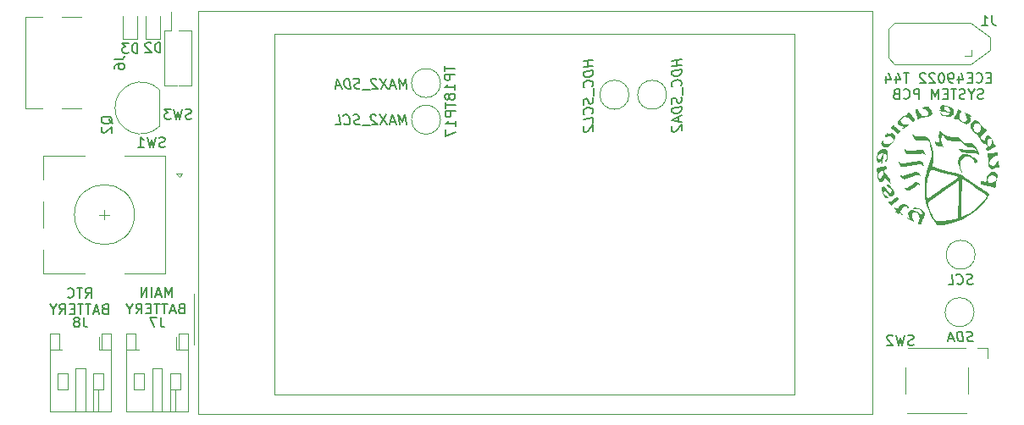
<source format=gbr>
%TF.GenerationSoftware,KiCad,Pcbnew,(6.0.4)*%
%TF.CreationDate,2022-10-13T17:41:33-04:00*%
%TF.ProjectId,ece49022_team44_pcb,65636534-3930-4323-925f-7465616d3434,rev?*%
%TF.SameCoordinates,Original*%
%TF.FileFunction,Legend,Bot*%
%TF.FilePolarity,Positive*%
%FSLAX46Y46*%
G04 Gerber Fmt 4.6, Leading zero omitted, Abs format (unit mm)*
G04 Created by KiCad (PCBNEW (6.0.4)) date 2022-10-13 17:41:33*
%MOMM*%
%LPD*%
G01*
G04 APERTURE LIST*
%ADD10C,0.150000*%
%ADD11C,0.120000*%
G04 APERTURE END LIST*
D10*
X110337196Y-42634561D02*
X110200291Y-42682180D01*
X109962196Y-42682180D01*
X109861005Y-42634561D01*
X109807434Y-42586942D01*
X109747910Y-42491704D01*
X109736005Y-42396466D01*
X109771720Y-42301228D01*
X109813386Y-42253609D01*
X109902672Y-42205990D01*
X110087196Y-42158371D01*
X110176482Y-42110752D01*
X110218148Y-42063133D01*
X110253863Y-41967895D01*
X110241958Y-41872657D01*
X110182434Y-41777419D01*
X110128863Y-41729800D01*
X110027672Y-41682180D01*
X109789577Y-41682180D01*
X109652672Y-41729800D01*
X108759815Y-42586942D02*
X108813386Y-42634561D01*
X108962196Y-42682180D01*
X109057434Y-42682180D01*
X109194339Y-42634561D01*
X109277672Y-42539323D01*
X109313386Y-42444085D01*
X109337196Y-42253609D01*
X109319339Y-42110752D01*
X109247910Y-41920276D01*
X109188386Y-41825038D01*
X109081244Y-41729800D01*
X108932434Y-41682180D01*
X108837196Y-41682180D01*
X108700291Y-41729800D01*
X108658625Y-41777419D01*
X107866958Y-42682180D02*
X108343148Y-42682180D01*
X108218148Y-41682180D01*
X110361005Y-48374961D02*
X110224101Y-48422580D01*
X109986005Y-48422580D01*
X109884815Y-48374961D01*
X109831244Y-48327342D01*
X109771720Y-48232104D01*
X109759815Y-48136866D01*
X109795529Y-48041628D01*
X109837196Y-47994009D01*
X109926482Y-47946390D01*
X110111005Y-47898771D01*
X110200291Y-47851152D01*
X110241958Y-47803533D01*
X110277672Y-47708295D01*
X110265767Y-47613057D01*
X110206244Y-47517819D01*
X110152672Y-47470200D01*
X110051482Y-47422580D01*
X109813386Y-47422580D01*
X109676482Y-47470200D01*
X109366958Y-48422580D02*
X109241958Y-47422580D01*
X109003863Y-47422580D01*
X108866958Y-47470200D01*
X108783625Y-47565438D01*
X108747910Y-47660676D01*
X108724101Y-47851152D01*
X108741958Y-47994009D01*
X108813386Y-48184485D01*
X108872910Y-48279723D01*
X108980053Y-48374961D01*
X109128863Y-48422580D01*
X109366958Y-48422580D01*
X108378863Y-48136866D02*
X107902672Y-48136866D01*
X108509815Y-48422580D02*
X108051482Y-47422580D01*
X107843148Y-48422580D01*
X72375580Y-20272517D02*
X71375580Y-20397517D01*
X71851771Y-20337994D02*
X71851771Y-20909422D01*
X72375580Y-20843946D02*
X71375580Y-20968946D01*
X72375580Y-21320136D02*
X71375580Y-21445136D01*
X71375580Y-21683232D01*
X71423200Y-21820136D01*
X71518438Y-21903470D01*
X71613676Y-21939184D01*
X71804152Y-21962994D01*
X71947009Y-21945136D01*
X72137485Y-21873708D01*
X72232723Y-21814184D01*
X72327961Y-21707041D01*
X72375580Y-21558232D01*
X72375580Y-21320136D01*
X72280342Y-22903470D02*
X72327961Y-22849898D01*
X72375580Y-22701089D01*
X72375580Y-22605851D01*
X72327961Y-22468946D01*
X72232723Y-22385613D01*
X72137485Y-22349898D01*
X71947009Y-22326089D01*
X71804152Y-22343946D01*
X71613676Y-22415375D01*
X71518438Y-22474898D01*
X71423200Y-22582041D01*
X71375580Y-22730851D01*
X71375580Y-22826089D01*
X71423200Y-22962994D01*
X71470819Y-23004660D01*
X72470819Y-23070136D02*
X72470819Y-23832041D01*
X72327961Y-24040375D02*
X72375580Y-24177279D01*
X72375580Y-24415375D01*
X72327961Y-24516565D01*
X72280342Y-24570136D01*
X72185104Y-24629660D01*
X72089866Y-24641565D01*
X71994628Y-24605851D01*
X71947009Y-24564184D01*
X71899390Y-24474898D01*
X71851771Y-24290375D01*
X71804152Y-24201089D01*
X71756533Y-24159422D01*
X71661295Y-24123708D01*
X71566057Y-24135613D01*
X71470819Y-24195136D01*
X71423200Y-24248708D01*
X71375580Y-24349898D01*
X71375580Y-24587994D01*
X71423200Y-24724898D01*
X72280342Y-25617755D02*
X72327961Y-25564184D01*
X72375580Y-25415375D01*
X72375580Y-25320136D01*
X72327961Y-25183232D01*
X72232723Y-25099898D01*
X72137485Y-25064184D01*
X71947009Y-25040375D01*
X71804152Y-25058232D01*
X71613676Y-25129660D01*
X71518438Y-25189184D01*
X71423200Y-25296327D01*
X71375580Y-25445136D01*
X71375580Y-25540375D01*
X71423200Y-25677279D01*
X71470819Y-25718946D01*
X72375580Y-26510613D02*
X72375580Y-26034422D01*
X71375580Y-26159422D01*
X71470819Y-26909422D02*
X71423200Y-26962994D01*
X71375580Y-27064184D01*
X71375580Y-27302279D01*
X71423200Y-27391565D01*
X71470819Y-27433232D01*
X71566057Y-27468946D01*
X71661295Y-27457041D01*
X71804152Y-27391565D01*
X72375580Y-26748708D01*
X72375580Y-27367755D01*
X53700863Y-26730980D02*
X53575863Y-25730980D01*
X53331815Y-26445266D01*
X52909196Y-25730980D01*
X53034196Y-26730980D01*
X52569910Y-26445266D02*
X52093720Y-26445266D01*
X52700863Y-26730980D02*
X52242529Y-25730980D01*
X52034196Y-26730980D01*
X51671101Y-25730980D02*
X51129434Y-26730980D01*
X51004434Y-25730980D02*
X51796101Y-26730980D01*
X50683005Y-25826219D02*
X50629434Y-25778600D01*
X50528244Y-25730980D01*
X50290148Y-25730980D01*
X50200863Y-25778600D01*
X50159196Y-25826219D01*
X50123482Y-25921457D01*
X50135386Y-26016695D01*
X50200863Y-26159552D01*
X50843720Y-26730980D01*
X50224672Y-26730980D01*
X50046101Y-26826219D02*
X49284196Y-26826219D01*
X49075863Y-26683361D02*
X48938958Y-26730980D01*
X48700863Y-26730980D01*
X48599672Y-26683361D01*
X48546101Y-26635742D01*
X48486577Y-26540504D01*
X48474672Y-26445266D01*
X48510386Y-26350028D01*
X48552053Y-26302409D01*
X48641339Y-26254790D01*
X48825863Y-26207171D01*
X48915148Y-26159552D01*
X48956815Y-26111933D01*
X48992529Y-26016695D01*
X48980625Y-25921457D01*
X48921101Y-25826219D01*
X48867529Y-25778600D01*
X48766339Y-25730980D01*
X48528244Y-25730980D01*
X48391339Y-25778600D01*
X47498482Y-26635742D02*
X47552053Y-26683361D01*
X47700863Y-26730980D01*
X47796101Y-26730980D01*
X47933005Y-26683361D01*
X48016339Y-26588123D01*
X48052053Y-26492885D01*
X48075863Y-26302409D01*
X48058005Y-26159552D01*
X47986577Y-25969076D01*
X47927053Y-25873838D01*
X47819910Y-25778600D01*
X47671101Y-25730980D01*
X47575863Y-25730980D01*
X47438958Y-25778600D01*
X47397291Y-25826219D01*
X46605625Y-26730980D02*
X47081815Y-26730980D01*
X46956815Y-25730980D01*
X30233809Y-44007380D02*
X30233809Y-43007380D01*
X29900476Y-43721666D01*
X29567142Y-43007380D01*
X29567142Y-44007380D01*
X29138571Y-43721666D02*
X28662380Y-43721666D01*
X29233809Y-44007380D02*
X28900476Y-43007380D01*
X28567142Y-44007380D01*
X28233809Y-44007380D02*
X28233809Y-43007380D01*
X27757619Y-44007380D02*
X27757619Y-43007380D01*
X27186190Y-44007380D01*
X27186190Y-43007380D01*
X31210000Y-45093571D02*
X31067142Y-45141190D01*
X31019523Y-45188809D01*
X30971904Y-45284047D01*
X30971904Y-45426904D01*
X31019523Y-45522142D01*
X31067142Y-45569761D01*
X31162380Y-45617380D01*
X31543333Y-45617380D01*
X31543333Y-44617380D01*
X31210000Y-44617380D01*
X31114761Y-44665000D01*
X31067142Y-44712619D01*
X31019523Y-44807857D01*
X31019523Y-44903095D01*
X31067142Y-44998333D01*
X31114761Y-45045952D01*
X31210000Y-45093571D01*
X31543333Y-45093571D01*
X30590952Y-45331666D02*
X30114761Y-45331666D01*
X30686190Y-45617380D02*
X30352857Y-44617380D01*
X30019523Y-45617380D01*
X29829047Y-44617380D02*
X29257619Y-44617380D01*
X29543333Y-45617380D02*
X29543333Y-44617380D01*
X29067142Y-44617380D02*
X28495714Y-44617380D01*
X28781428Y-45617380D02*
X28781428Y-44617380D01*
X28162380Y-45093571D02*
X27829047Y-45093571D01*
X27686190Y-45617380D02*
X28162380Y-45617380D01*
X28162380Y-44617380D01*
X27686190Y-44617380D01*
X26686190Y-45617380D02*
X27019523Y-45141190D01*
X27257619Y-45617380D02*
X27257619Y-44617380D01*
X26876666Y-44617380D01*
X26781428Y-44665000D01*
X26733809Y-44712619D01*
X26686190Y-44807857D01*
X26686190Y-44950714D01*
X26733809Y-45045952D01*
X26781428Y-45093571D01*
X26876666Y-45141190D01*
X27257619Y-45141190D01*
X26067142Y-45141190D02*
X26067142Y-45617380D01*
X26400476Y-44617380D02*
X26067142Y-45141190D01*
X25733809Y-44617380D01*
X81214780Y-20197908D02*
X80214780Y-20322908D01*
X80690971Y-20263384D02*
X80690971Y-20834813D01*
X81214780Y-20769336D02*
X80214780Y-20894336D01*
X81214780Y-21245527D02*
X80214780Y-21370527D01*
X80214780Y-21608622D01*
X80262400Y-21745527D01*
X80357638Y-21828860D01*
X80452876Y-21864575D01*
X80643352Y-21888384D01*
X80786209Y-21870527D01*
X80976685Y-21799098D01*
X81071923Y-21739575D01*
X81167161Y-21632432D01*
X81214780Y-21483622D01*
X81214780Y-21245527D01*
X81119542Y-22828860D02*
X81167161Y-22775289D01*
X81214780Y-22626479D01*
X81214780Y-22531241D01*
X81167161Y-22394336D01*
X81071923Y-22311003D01*
X80976685Y-22275289D01*
X80786209Y-22251479D01*
X80643352Y-22269336D01*
X80452876Y-22340765D01*
X80357638Y-22400289D01*
X80262400Y-22507432D01*
X80214780Y-22656241D01*
X80214780Y-22751479D01*
X80262400Y-22888384D01*
X80310019Y-22930051D01*
X81310019Y-22995527D02*
X81310019Y-23757432D01*
X81167161Y-23965765D02*
X81214780Y-24102670D01*
X81214780Y-24340765D01*
X81167161Y-24441955D01*
X81119542Y-24495527D01*
X81024304Y-24555051D01*
X80929066Y-24566955D01*
X80833828Y-24531241D01*
X80786209Y-24489575D01*
X80738590Y-24400289D01*
X80690971Y-24215765D01*
X80643352Y-24126479D01*
X80595733Y-24084813D01*
X80500495Y-24049098D01*
X80405257Y-24061003D01*
X80310019Y-24120527D01*
X80262400Y-24174098D01*
X80214780Y-24275289D01*
X80214780Y-24513384D01*
X80262400Y-24650289D01*
X81214780Y-24959813D02*
X80214780Y-25084813D01*
X80214780Y-25322908D01*
X80262400Y-25459813D01*
X80357638Y-25543146D01*
X80452876Y-25578860D01*
X80643352Y-25602670D01*
X80786209Y-25584813D01*
X80976685Y-25513384D01*
X81071923Y-25453860D01*
X81167161Y-25346717D01*
X81214780Y-25197908D01*
X81214780Y-24959813D01*
X80929066Y-25947908D02*
X80929066Y-26424098D01*
X81214780Y-25816955D02*
X80214780Y-26275289D01*
X81214780Y-26483622D01*
X80310019Y-26882432D02*
X80262400Y-26936003D01*
X80214780Y-27037194D01*
X80214780Y-27275289D01*
X80262400Y-27364575D01*
X80310019Y-27406241D01*
X80405257Y-27441955D01*
X80500495Y-27430051D01*
X80643352Y-27364575D01*
X81214780Y-26721717D01*
X81214780Y-27340765D01*
X53724672Y-23124180D02*
X53599672Y-22124180D01*
X53355625Y-22838466D01*
X52933005Y-22124180D01*
X53058005Y-23124180D01*
X52593720Y-22838466D02*
X52117529Y-22838466D01*
X52724672Y-23124180D02*
X52266339Y-22124180D01*
X52058005Y-23124180D01*
X51694910Y-22124180D02*
X51153244Y-23124180D01*
X51028244Y-22124180D02*
X51819910Y-23124180D01*
X50706815Y-22219419D02*
X50653244Y-22171800D01*
X50552053Y-22124180D01*
X50313958Y-22124180D01*
X50224672Y-22171800D01*
X50183005Y-22219419D01*
X50147291Y-22314657D01*
X50159196Y-22409895D01*
X50224672Y-22552752D01*
X50867529Y-23124180D01*
X50248482Y-23124180D01*
X50069910Y-23219419D02*
X49308005Y-23219419D01*
X49099672Y-23076561D02*
X48962767Y-23124180D01*
X48724672Y-23124180D01*
X48623482Y-23076561D01*
X48569910Y-23028942D01*
X48510386Y-22933704D01*
X48498482Y-22838466D01*
X48534196Y-22743228D01*
X48575863Y-22695609D01*
X48665148Y-22647990D01*
X48849672Y-22600371D01*
X48938958Y-22552752D01*
X48980625Y-22505133D01*
X49016339Y-22409895D01*
X49004434Y-22314657D01*
X48944910Y-22219419D01*
X48891339Y-22171800D01*
X48790148Y-22124180D01*
X48552053Y-22124180D01*
X48415148Y-22171800D01*
X48105625Y-23124180D02*
X47980625Y-22124180D01*
X47742529Y-22124180D01*
X47605625Y-22171800D01*
X47522291Y-22267038D01*
X47486577Y-22362276D01*
X47462767Y-22552752D01*
X47480625Y-22695609D01*
X47552053Y-22886085D01*
X47611577Y-22981323D01*
X47718720Y-23076561D01*
X47867529Y-23124180D01*
X48105625Y-23124180D01*
X47117529Y-22838466D02*
X46641339Y-22838466D01*
X47248482Y-23124180D02*
X46790148Y-22124180D01*
X46581815Y-23124180D01*
X112151904Y-22033571D02*
X111818571Y-22033571D01*
X111675714Y-22557380D02*
X112151904Y-22557380D01*
X112151904Y-21557380D01*
X111675714Y-21557380D01*
X110675714Y-22462142D02*
X110723333Y-22509761D01*
X110866190Y-22557380D01*
X110961428Y-22557380D01*
X111104285Y-22509761D01*
X111199523Y-22414523D01*
X111247142Y-22319285D01*
X111294761Y-22128809D01*
X111294761Y-21985952D01*
X111247142Y-21795476D01*
X111199523Y-21700238D01*
X111104285Y-21605000D01*
X110961428Y-21557380D01*
X110866190Y-21557380D01*
X110723333Y-21605000D01*
X110675714Y-21652619D01*
X110247142Y-22033571D02*
X109913809Y-22033571D01*
X109770952Y-22557380D02*
X110247142Y-22557380D01*
X110247142Y-21557380D01*
X109770952Y-21557380D01*
X108913809Y-21890714D02*
X108913809Y-22557380D01*
X109151904Y-21509761D02*
X109390000Y-22224047D01*
X108770952Y-22224047D01*
X108342380Y-22557380D02*
X108151904Y-22557380D01*
X108056666Y-22509761D01*
X108009047Y-22462142D01*
X107913809Y-22319285D01*
X107866190Y-22128809D01*
X107866190Y-21747857D01*
X107913809Y-21652619D01*
X107961428Y-21605000D01*
X108056666Y-21557380D01*
X108247142Y-21557380D01*
X108342380Y-21605000D01*
X108390000Y-21652619D01*
X108437619Y-21747857D01*
X108437619Y-21985952D01*
X108390000Y-22081190D01*
X108342380Y-22128809D01*
X108247142Y-22176428D01*
X108056666Y-22176428D01*
X107961428Y-22128809D01*
X107913809Y-22081190D01*
X107866190Y-21985952D01*
X107247142Y-21557380D02*
X107151904Y-21557380D01*
X107056666Y-21605000D01*
X107009047Y-21652619D01*
X106961428Y-21747857D01*
X106913809Y-21938333D01*
X106913809Y-22176428D01*
X106961428Y-22366904D01*
X107009047Y-22462142D01*
X107056666Y-22509761D01*
X107151904Y-22557380D01*
X107247142Y-22557380D01*
X107342380Y-22509761D01*
X107390000Y-22462142D01*
X107437619Y-22366904D01*
X107485238Y-22176428D01*
X107485238Y-21938333D01*
X107437619Y-21747857D01*
X107390000Y-21652619D01*
X107342380Y-21605000D01*
X107247142Y-21557380D01*
X106532857Y-21652619D02*
X106485238Y-21605000D01*
X106390000Y-21557380D01*
X106151904Y-21557380D01*
X106056666Y-21605000D01*
X106009047Y-21652619D01*
X105961428Y-21747857D01*
X105961428Y-21843095D01*
X106009047Y-21985952D01*
X106580476Y-22557380D01*
X105961428Y-22557380D01*
X105580476Y-21652619D02*
X105532857Y-21605000D01*
X105437619Y-21557380D01*
X105199523Y-21557380D01*
X105104285Y-21605000D01*
X105056666Y-21652619D01*
X105009047Y-21747857D01*
X105009047Y-21843095D01*
X105056666Y-21985952D01*
X105628095Y-22557380D01*
X105009047Y-22557380D01*
X103961428Y-21557380D02*
X103390000Y-21557380D01*
X103675714Y-22557380D02*
X103675714Y-21557380D01*
X102628095Y-21890714D02*
X102628095Y-22557380D01*
X102866190Y-21509761D02*
X103104285Y-22224047D01*
X102485238Y-22224047D01*
X101675714Y-21890714D02*
X101675714Y-22557380D01*
X101913809Y-21509761D02*
X102151904Y-22224047D01*
X101532857Y-22224047D01*
X111366190Y-24119761D02*
X111223333Y-24167380D01*
X110985238Y-24167380D01*
X110890000Y-24119761D01*
X110842380Y-24072142D01*
X110794761Y-23976904D01*
X110794761Y-23881666D01*
X110842380Y-23786428D01*
X110890000Y-23738809D01*
X110985238Y-23691190D01*
X111175714Y-23643571D01*
X111270952Y-23595952D01*
X111318571Y-23548333D01*
X111366190Y-23453095D01*
X111366190Y-23357857D01*
X111318571Y-23262619D01*
X111270952Y-23215000D01*
X111175714Y-23167380D01*
X110937619Y-23167380D01*
X110794761Y-23215000D01*
X110175714Y-23691190D02*
X110175714Y-24167380D01*
X110509047Y-23167380D02*
X110175714Y-23691190D01*
X109842380Y-23167380D01*
X109556666Y-24119761D02*
X109413809Y-24167380D01*
X109175714Y-24167380D01*
X109080476Y-24119761D01*
X109032857Y-24072142D01*
X108985238Y-23976904D01*
X108985238Y-23881666D01*
X109032857Y-23786428D01*
X109080476Y-23738809D01*
X109175714Y-23691190D01*
X109366190Y-23643571D01*
X109461428Y-23595952D01*
X109509047Y-23548333D01*
X109556666Y-23453095D01*
X109556666Y-23357857D01*
X109509047Y-23262619D01*
X109461428Y-23215000D01*
X109366190Y-23167380D01*
X109128095Y-23167380D01*
X108985238Y-23215000D01*
X108699523Y-23167380D02*
X108128095Y-23167380D01*
X108413809Y-24167380D02*
X108413809Y-23167380D01*
X107794761Y-23643571D02*
X107461428Y-23643571D01*
X107318571Y-24167380D02*
X107794761Y-24167380D01*
X107794761Y-23167380D01*
X107318571Y-23167380D01*
X106890000Y-24167380D02*
X106890000Y-23167380D01*
X106556666Y-23881666D01*
X106223333Y-23167380D01*
X106223333Y-24167380D01*
X104985238Y-24167380D02*
X104985238Y-23167380D01*
X104604285Y-23167380D01*
X104509047Y-23215000D01*
X104461428Y-23262619D01*
X104413809Y-23357857D01*
X104413809Y-23500714D01*
X104461428Y-23595952D01*
X104509047Y-23643571D01*
X104604285Y-23691190D01*
X104985238Y-23691190D01*
X103413809Y-24072142D02*
X103461428Y-24119761D01*
X103604285Y-24167380D01*
X103699523Y-24167380D01*
X103842380Y-24119761D01*
X103937619Y-24024523D01*
X103985238Y-23929285D01*
X104032857Y-23738809D01*
X104032857Y-23595952D01*
X103985238Y-23405476D01*
X103937619Y-23310238D01*
X103842380Y-23215000D01*
X103699523Y-23167380D01*
X103604285Y-23167380D01*
X103461428Y-23215000D01*
X103413809Y-23262619D01*
X102651904Y-23643571D02*
X102509047Y-23691190D01*
X102461428Y-23738809D01*
X102413809Y-23834047D01*
X102413809Y-23976904D01*
X102461428Y-24072142D01*
X102509047Y-24119761D01*
X102604285Y-24167380D01*
X102985238Y-24167380D01*
X102985238Y-23167380D01*
X102651904Y-23167380D01*
X102556666Y-23215000D01*
X102509047Y-23262619D01*
X102461428Y-23357857D01*
X102461428Y-23453095D01*
X102509047Y-23548333D01*
X102556666Y-23595952D01*
X102651904Y-23643571D01*
X102985238Y-23643571D01*
X21621428Y-44067380D02*
X21954761Y-43591190D01*
X22192857Y-44067380D02*
X22192857Y-43067380D01*
X21811904Y-43067380D01*
X21716666Y-43115000D01*
X21669047Y-43162619D01*
X21621428Y-43257857D01*
X21621428Y-43400714D01*
X21669047Y-43495952D01*
X21716666Y-43543571D01*
X21811904Y-43591190D01*
X22192857Y-43591190D01*
X21335714Y-43067380D02*
X20764285Y-43067380D01*
X21050000Y-44067380D02*
X21050000Y-43067380D01*
X19859523Y-43972142D02*
X19907142Y-44019761D01*
X20050000Y-44067380D01*
X20145238Y-44067380D01*
X20288095Y-44019761D01*
X20383333Y-43924523D01*
X20430952Y-43829285D01*
X20478571Y-43638809D01*
X20478571Y-43495952D01*
X20430952Y-43305476D01*
X20383333Y-43210238D01*
X20288095Y-43115000D01*
X20145238Y-43067380D01*
X20050000Y-43067380D01*
X19907142Y-43115000D01*
X19859523Y-43162619D01*
X23550000Y-45153571D02*
X23407142Y-45201190D01*
X23359523Y-45248809D01*
X23311904Y-45344047D01*
X23311904Y-45486904D01*
X23359523Y-45582142D01*
X23407142Y-45629761D01*
X23502380Y-45677380D01*
X23883333Y-45677380D01*
X23883333Y-44677380D01*
X23550000Y-44677380D01*
X23454761Y-44725000D01*
X23407142Y-44772619D01*
X23359523Y-44867857D01*
X23359523Y-44963095D01*
X23407142Y-45058333D01*
X23454761Y-45105952D01*
X23550000Y-45153571D01*
X23883333Y-45153571D01*
X22930952Y-45391666D02*
X22454761Y-45391666D01*
X23026190Y-45677380D02*
X22692857Y-44677380D01*
X22359523Y-45677380D01*
X22169047Y-44677380D02*
X21597619Y-44677380D01*
X21883333Y-45677380D02*
X21883333Y-44677380D01*
X21407142Y-44677380D02*
X20835714Y-44677380D01*
X21121428Y-45677380D02*
X21121428Y-44677380D01*
X20502380Y-45153571D02*
X20169047Y-45153571D01*
X20026190Y-45677380D02*
X20502380Y-45677380D01*
X20502380Y-44677380D01*
X20026190Y-44677380D01*
X19026190Y-45677380D02*
X19359523Y-45201190D01*
X19597619Y-45677380D02*
X19597619Y-44677380D01*
X19216666Y-44677380D01*
X19121428Y-44725000D01*
X19073809Y-44772619D01*
X19026190Y-44867857D01*
X19026190Y-45010714D01*
X19073809Y-45105952D01*
X19121428Y-45153571D01*
X19216666Y-45201190D01*
X19597619Y-45201190D01*
X18407142Y-45201190D02*
X18407142Y-45677380D01*
X18740476Y-44677380D02*
X18407142Y-45201190D01*
X18073809Y-44677380D01*
%TO.C,TP18*%
X57557980Y-20832104D02*
X57557980Y-21403533D01*
X58557980Y-21117819D02*
X57557980Y-21117819D01*
X58557980Y-21736866D02*
X57557980Y-21736866D01*
X57557980Y-22117819D01*
X57605600Y-22213057D01*
X57653219Y-22260676D01*
X57748457Y-22308295D01*
X57891314Y-22308295D01*
X57986552Y-22260676D01*
X58034171Y-22213057D01*
X58081790Y-22117819D01*
X58081790Y-21736866D01*
X58557980Y-23260676D02*
X58557980Y-22689247D01*
X58557980Y-22974961D02*
X57557980Y-22974961D01*
X57700838Y-22879723D01*
X57796076Y-22784485D01*
X57843695Y-22689247D01*
X57986552Y-23832104D02*
X57938933Y-23736866D01*
X57891314Y-23689247D01*
X57796076Y-23641628D01*
X57748457Y-23641628D01*
X57653219Y-23689247D01*
X57605600Y-23736866D01*
X57557980Y-23832104D01*
X57557980Y-24022580D01*
X57605600Y-24117819D01*
X57653219Y-24165438D01*
X57748457Y-24213057D01*
X57796076Y-24213057D01*
X57891314Y-24165438D01*
X57938933Y-24117819D01*
X57986552Y-24022580D01*
X57986552Y-23832104D01*
X58034171Y-23736866D01*
X58081790Y-23689247D01*
X58177028Y-23641628D01*
X58367504Y-23641628D01*
X58462742Y-23689247D01*
X58510361Y-23736866D01*
X58557980Y-23832104D01*
X58557980Y-24022580D01*
X58510361Y-24117819D01*
X58462742Y-24165438D01*
X58367504Y-24213057D01*
X58177028Y-24213057D01*
X58081790Y-24165438D01*
X58034171Y-24117819D01*
X57986552Y-24022580D01*
%TO.C,D2*%
X29125695Y-19517380D02*
X29125695Y-18517380D01*
X28887600Y-18517380D01*
X28744742Y-18565000D01*
X28649504Y-18660238D01*
X28601885Y-18755476D01*
X28554266Y-18945952D01*
X28554266Y-19088809D01*
X28601885Y-19279285D01*
X28649504Y-19374523D01*
X28744742Y-19469761D01*
X28887600Y-19517380D01*
X29125695Y-19517380D01*
X28173314Y-18612619D02*
X28125695Y-18565000D01*
X28030457Y-18517380D01*
X27792361Y-18517380D01*
X27697123Y-18565000D01*
X27649504Y-18612619D01*
X27601885Y-18707857D01*
X27601885Y-18803095D01*
X27649504Y-18945952D01*
X28220933Y-19517380D01*
X27601885Y-19517380D01*
%TO.C,SW1*%
X29551123Y-28932161D02*
X29408266Y-28979780D01*
X29170170Y-28979780D01*
X29074932Y-28932161D01*
X29027313Y-28884542D01*
X28979694Y-28789304D01*
X28979694Y-28694066D01*
X29027313Y-28598828D01*
X29074932Y-28551209D01*
X29170170Y-28503590D01*
X29360647Y-28455971D01*
X29455885Y-28408352D01*
X29503504Y-28360733D01*
X29551123Y-28265495D01*
X29551123Y-28170257D01*
X29503504Y-28075019D01*
X29455885Y-28027400D01*
X29360647Y-27979780D01*
X29122551Y-27979780D01*
X28979694Y-28027400D01*
X28646361Y-27979780D02*
X28408266Y-28979780D01*
X28217790Y-28265495D01*
X28027313Y-28979780D01*
X27789218Y-27979780D01*
X26884456Y-28979780D02*
X27455885Y-28979780D01*
X27170170Y-28979780D02*
X27170170Y-27979780D01*
X27265409Y-28122638D01*
X27360647Y-28217876D01*
X27455885Y-28265495D01*
%TO.C,J1*%
X112243333Y-15772380D02*
X112243333Y-16486666D01*
X112290952Y-16629523D01*
X112386190Y-16724761D01*
X112529047Y-16772380D01*
X112624285Y-16772380D01*
X111243333Y-16772380D02*
X111814761Y-16772380D01*
X111529047Y-16772380D02*
X111529047Y-15772380D01*
X111624285Y-15915238D01*
X111719523Y-16010476D01*
X111814761Y-16058095D01*
%TO.C,SW3*%
X32210133Y-26124561D02*
X32067276Y-26172180D01*
X31829180Y-26172180D01*
X31733942Y-26124561D01*
X31686323Y-26076942D01*
X31638704Y-25981704D01*
X31638704Y-25886466D01*
X31686323Y-25791228D01*
X31733942Y-25743609D01*
X31829180Y-25695990D01*
X32019657Y-25648371D01*
X32114895Y-25600752D01*
X32162514Y-25553133D01*
X32210133Y-25457895D01*
X32210133Y-25362657D01*
X32162514Y-25267419D01*
X32114895Y-25219800D01*
X32019657Y-25172180D01*
X31781561Y-25172180D01*
X31638704Y-25219800D01*
X31305371Y-25172180D02*
X31067276Y-26172180D01*
X30876800Y-25457895D01*
X30686323Y-26172180D01*
X30448228Y-25172180D01*
X30162514Y-25172180D02*
X29543466Y-25172180D01*
X29876800Y-25553133D01*
X29733942Y-25553133D01*
X29638704Y-25600752D01*
X29591085Y-25648371D01*
X29543466Y-25743609D01*
X29543466Y-25981704D01*
X29591085Y-26076942D01*
X29638704Y-26124561D01*
X29733942Y-26172180D01*
X30019657Y-26172180D01*
X30114895Y-26124561D01*
X30162514Y-26076942D01*
%TO.C,J8*%
X21456533Y-45978580D02*
X21456533Y-46692866D01*
X21504152Y-46835723D01*
X21599390Y-46930961D01*
X21742247Y-46978580D01*
X21837485Y-46978580D01*
X20837485Y-46407152D02*
X20932723Y-46359533D01*
X20980342Y-46311914D01*
X21027961Y-46216676D01*
X21027961Y-46169057D01*
X20980342Y-46073819D01*
X20932723Y-46026200D01*
X20837485Y-45978580D01*
X20647009Y-45978580D01*
X20551771Y-46026200D01*
X20504152Y-46073819D01*
X20456533Y-46169057D01*
X20456533Y-46216676D01*
X20504152Y-46311914D01*
X20551771Y-46359533D01*
X20647009Y-46407152D01*
X20837485Y-46407152D01*
X20932723Y-46454771D01*
X20980342Y-46502390D01*
X21027961Y-46597628D01*
X21027961Y-46788104D01*
X20980342Y-46883342D01*
X20932723Y-46930961D01*
X20837485Y-46978580D01*
X20647009Y-46978580D01*
X20551771Y-46930961D01*
X20504152Y-46883342D01*
X20456533Y-46788104D01*
X20456533Y-46597628D01*
X20504152Y-46502390D01*
X20551771Y-46454771D01*
X20647009Y-46407152D01*
%TO.C,Q2*%
X24312419Y-26640561D02*
X24264800Y-26545323D01*
X24169561Y-26450085D01*
X24026704Y-26307228D01*
X23979085Y-26211990D01*
X23979085Y-26116752D01*
X24217180Y-26164371D02*
X24169561Y-26069133D01*
X24074323Y-25973895D01*
X23883847Y-25926276D01*
X23550514Y-25926276D01*
X23360038Y-25973895D01*
X23264800Y-26069133D01*
X23217180Y-26164371D01*
X23217180Y-26354847D01*
X23264800Y-26450085D01*
X23360038Y-26545323D01*
X23550514Y-26592942D01*
X23883847Y-26592942D01*
X24074323Y-26545323D01*
X24169561Y-26450085D01*
X24217180Y-26354847D01*
X24217180Y-26164371D01*
X23312419Y-26973895D02*
X23264800Y-27021514D01*
X23217180Y-27116752D01*
X23217180Y-27354847D01*
X23264800Y-27450085D01*
X23312419Y-27497704D01*
X23407657Y-27545323D01*
X23502895Y-27545323D01*
X23645752Y-27497704D01*
X24217180Y-26926276D01*
X24217180Y-27545323D01*
%TO.C,TP17*%
X57608780Y-24489704D02*
X57608780Y-25061133D01*
X58608780Y-24775419D02*
X57608780Y-24775419D01*
X58608780Y-25394466D02*
X57608780Y-25394466D01*
X57608780Y-25775419D01*
X57656400Y-25870657D01*
X57704019Y-25918276D01*
X57799257Y-25965895D01*
X57942114Y-25965895D01*
X58037352Y-25918276D01*
X58084971Y-25870657D01*
X58132590Y-25775419D01*
X58132590Y-25394466D01*
X58608780Y-26918276D02*
X58608780Y-26346847D01*
X58608780Y-26632561D02*
X57608780Y-26632561D01*
X57751638Y-26537323D01*
X57846876Y-26442085D01*
X57894495Y-26346847D01*
X57608780Y-27251609D02*
X57608780Y-27918276D01*
X58608780Y-27489704D01*
%TO.C,D3*%
X26839695Y-19568180D02*
X26839695Y-18568180D01*
X26601600Y-18568180D01*
X26458742Y-18615800D01*
X26363504Y-18711038D01*
X26315885Y-18806276D01*
X26268266Y-18996752D01*
X26268266Y-19139609D01*
X26315885Y-19330085D01*
X26363504Y-19425323D01*
X26458742Y-19520561D01*
X26601600Y-19568180D01*
X26839695Y-19568180D01*
X25934933Y-18568180D02*
X25315885Y-18568180D01*
X25649219Y-18949133D01*
X25506361Y-18949133D01*
X25411123Y-18996752D01*
X25363504Y-19044371D01*
X25315885Y-19139609D01*
X25315885Y-19377704D01*
X25363504Y-19472942D01*
X25411123Y-19520561D01*
X25506361Y-19568180D01*
X25792076Y-19568180D01*
X25887314Y-19520561D01*
X25934933Y-19472942D01*
%TO.C,J6*%
X24532380Y-20204866D02*
X25246666Y-20204866D01*
X25389523Y-20157247D01*
X25484761Y-20062009D01*
X25532380Y-19919152D01*
X25532380Y-19823914D01*
X24532380Y-21109628D02*
X24532380Y-20919152D01*
X24580000Y-20823914D01*
X24627619Y-20776295D01*
X24770476Y-20681057D01*
X24960952Y-20633438D01*
X25341904Y-20633438D01*
X25437142Y-20681057D01*
X25484761Y-20728676D01*
X25532380Y-20823914D01*
X25532380Y-21014390D01*
X25484761Y-21109628D01*
X25437142Y-21157247D01*
X25341904Y-21204866D01*
X25103809Y-21204866D01*
X25008571Y-21157247D01*
X24960952Y-21109628D01*
X24913333Y-21014390D01*
X24913333Y-20823914D01*
X24960952Y-20728676D01*
X25008571Y-20681057D01*
X25103809Y-20633438D01*
%TO.C,J7*%
X29127333Y-45978580D02*
X29127333Y-46692866D01*
X29174952Y-46835723D01*
X29270190Y-46930961D01*
X29413047Y-46978580D01*
X29508285Y-46978580D01*
X28746380Y-45978580D02*
X28079714Y-45978580D01*
X28508285Y-46978580D01*
%TO.C,SW2*%
X104396933Y-48730561D02*
X104254076Y-48778180D01*
X104015980Y-48778180D01*
X103920742Y-48730561D01*
X103873123Y-48682942D01*
X103825504Y-48587704D01*
X103825504Y-48492466D01*
X103873123Y-48397228D01*
X103920742Y-48349609D01*
X104015980Y-48301990D01*
X104206457Y-48254371D01*
X104301695Y-48206752D01*
X104349314Y-48159133D01*
X104396933Y-48063895D01*
X104396933Y-47968657D01*
X104349314Y-47873419D01*
X104301695Y-47825800D01*
X104206457Y-47778180D01*
X103968361Y-47778180D01*
X103825504Y-47825800D01*
X103492171Y-47778180D02*
X103254076Y-48778180D01*
X103063600Y-48063895D01*
X102873123Y-48778180D01*
X102635028Y-47778180D01*
X102301695Y-47873419D02*
X102254076Y-47825800D01*
X102158838Y-47778180D01*
X101920742Y-47778180D01*
X101825504Y-47825800D01*
X101777885Y-47873419D01*
X101730266Y-47968657D01*
X101730266Y-48063895D01*
X101777885Y-48206752D01*
X102349314Y-48778180D01*
X101730266Y-48778180D01*
D11*
%TO.C,TP18*%
X57117200Y-22570200D02*
G75*
G03*
X57117200Y-22570200I-1450000J0D01*
G01*
%TO.C,D2*%
X27652600Y-18162400D02*
X27652600Y-15877400D01*
X29122600Y-15877400D02*
X29122600Y-18162400D01*
X29122600Y-18162400D02*
X27652600Y-18162400D01*
%TO.C,SW1*%
X25517790Y-29827400D02*
X29617790Y-29827400D01*
X23517790Y-35227400D02*
X23517790Y-36227400D01*
X31017790Y-31927400D02*
X31317790Y-31627400D01*
X30717790Y-31627400D02*
X31017790Y-31927400D01*
X25517790Y-41627400D02*
X29617790Y-41627400D01*
X24017790Y-35727400D02*
X23017790Y-35727400D01*
X29617790Y-29827400D02*
X29617790Y-41627400D01*
X17417790Y-34427400D02*
X17417790Y-37027400D01*
X17417790Y-41627400D02*
X21517790Y-41627400D01*
X17417790Y-29827400D02*
X17417790Y-32227400D01*
X21517790Y-29827400D02*
X17417790Y-29827400D01*
X17417790Y-39227400D02*
X17417790Y-41627400D01*
X31317790Y-31627400D02*
X30717790Y-31627400D01*
X26517790Y-35727400D02*
G75*
G03*
X26517790Y-35727400I-3000000J0D01*
G01*
%TO.C,TP14*%
X79720000Y-23740000D02*
G75*
G03*
X79720000Y-23740000I-1450000J0D01*
G01*
%TO.C,TP20*%
X110457200Y-45481000D02*
G75*
G03*
X110457200Y-45481000I-1450000J0D01*
G01*
%TO.C,J1*%
X102498190Y-20657800D02*
X110078190Y-20657800D01*
X110153190Y-19877800D02*
X110153190Y-19242800D01*
X112058190Y-17957800D02*
X110078190Y-16557800D01*
X110078190Y-20657800D02*
X112058190Y-19257800D01*
X101898190Y-17157800D02*
X101898190Y-20057800D01*
X109518190Y-19877800D02*
X110153190Y-19877800D01*
X110078190Y-16557800D02*
X102498190Y-16557800D01*
X102498190Y-20657800D02*
X101898190Y-20057800D01*
X112058190Y-19257800D02*
X112058190Y-17957800D01*
X102498190Y-16557800D02*
X101898190Y-17157800D01*
%TO.C,SW3*%
X30196800Y-15471000D02*
X30196800Y-17321000D01*
X32206800Y-17321000D02*
X32206800Y-22841000D01*
X29546800Y-22841000D02*
X30815800Y-22841000D01*
X30937800Y-17321000D02*
X32206800Y-17321000D01*
X29546800Y-17321000D02*
X29546800Y-22841000D01*
X30937800Y-22841000D02*
X32206800Y-22841000D01*
X29546800Y-17321000D02*
X30196800Y-17321000D01*
%TO.C,TP19*%
X110558800Y-39740600D02*
G75*
G03*
X110558800Y-39740600I-1450000J0D01*
G01*
%TO.C,J8*%
X18823200Y-51576200D02*
X18823200Y-53176200D01*
X24183200Y-49216200D02*
X23263200Y-49216200D01*
X22923200Y-53176200D02*
X22923200Y-55436200D01*
X20623200Y-51076200D02*
X20623200Y-55436200D01*
X21623200Y-51076200D02*
X20623200Y-51076200D01*
X24183200Y-55436200D02*
X18063200Y-55436200D01*
X23263200Y-49216200D02*
X23263200Y-47616200D01*
X18823200Y-53176200D02*
X19823200Y-53176200D01*
X23423200Y-53176200D02*
X22423200Y-53176200D01*
X18983200Y-49216200D02*
X19263200Y-49216200D01*
X21623200Y-55436200D02*
X21623200Y-51076200D01*
X22983200Y-49216200D02*
X22983200Y-48001200D01*
X18983200Y-47616200D02*
X18983200Y-49216200D01*
X22423200Y-53176200D02*
X22423200Y-55436200D01*
X23263200Y-47616200D02*
X24183200Y-47616200D01*
X19823200Y-53176200D02*
X19823200Y-51576200D01*
X18063200Y-49216200D02*
X18983200Y-49216200D01*
X19823200Y-51576200D02*
X18823200Y-51576200D01*
X18063200Y-47616200D02*
X18983200Y-47616200D01*
X22983200Y-49216200D02*
X23263200Y-49216200D01*
X22423200Y-53176200D02*
X22423200Y-51576200D01*
X24183200Y-47616200D02*
X24183200Y-55436200D01*
X22423200Y-51576200D02*
X23423200Y-51576200D01*
X23423200Y-51576200D02*
X23423200Y-53176200D01*
X18063200Y-55436200D02*
X18063200Y-47616200D01*
%TO.C,Q2*%
X29022800Y-23259400D02*
X29022800Y-26859400D01*
X29011278Y-23220922D02*
G75*
G03*
X24572800Y-25059400I-1838478J-1838478D01*
G01*
X24572799Y-25059400D02*
G75*
G03*
X29011278Y-26897878I2600001J0D01*
G01*
%TO.C,TP17*%
X57117200Y-26227800D02*
G75*
G03*
X57117200Y-26227800I-1450000J0D01*
G01*
%TO.C,U3*%
X32863600Y-15354200D02*
X32863600Y-55694200D01*
X100303600Y-15354200D02*
X32863600Y-15354200D01*
X32483600Y-48684200D02*
X32483600Y-43684200D01*
X32863600Y-55694200D02*
X100303600Y-55694200D01*
X92483600Y-53684200D02*
X92483600Y-17684200D01*
X40483600Y-17684200D02*
X40483600Y-53684200D01*
X40483600Y-53684200D02*
X92483600Y-53684200D01*
X100303600Y-55694200D02*
X100303600Y-15354200D01*
X92483600Y-17684200D02*
X40483600Y-17684200D01*
%TO.C,D3*%
X25366600Y-18162400D02*
X25366600Y-15877400D01*
X26836600Y-18162400D02*
X25366600Y-18162400D01*
X26836600Y-15877400D02*
X26836600Y-18162400D01*
%TO.C,J6*%
X17285000Y-15958200D02*
X15580000Y-15958200D01*
X19295000Y-15958200D02*
X21215000Y-15958200D01*
X15580000Y-15958200D02*
X15580000Y-25118200D01*
X21215000Y-25118200D02*
X19295000Y-25118200D01*
X15580000Y-25118200D02*
X17285000Y-25118200D01*
%TO.C,G\u002A\u002A\u002A*%
G36*
X102774604Y-33917158D02*
G01*
X102818494Y-33969184D01*
X102890930Y-34050796D01*
X103005044Y-34177229D01*
X102663676Y-34425249D01*
X102564570Y-34498309D01*
X102427713Y-34602925D01*
X102323501Y-34687168D01*
X102268919Y-34737599D01*
X102232898Y-34774073D01*
X102183125Y-34801930D01*
X102177806Y-34800442D01*
X102129848Y-34760017D01*
X102058296Y-34681951D01*
X101982828Y-34589970D01*
X101923118Y-34507797D01*
X101898842Y-34459156D01*
X101931773Y-34441941D01*
X102015118Y-34434406D01*
X102050335Y-34430435D01*
X102145632Y-34391400D01*
X102274244Y-34305217D01*
X102446918Y-34165187D01*
X102542308Y-34084744D01*
X102657593Y-33990553D01*
X102737802Y-33928855D01*
X102769628Y-33910166D01*
X102774604Y-33917158D01*
G37*
G36*
X104030120Y-25522586D02*
G01*
X104066128Y-25582090D01*
X104081080Y-25607489D01*
X104146055Y-25701332D01*
X104241983Y-25829018D01*
X104354011Y-25970506D01*
X104411881Y-26042242D01*
X104505453Y-26160762D01*
X104569974Y-26245964D01*
X104594019Y-26282975D01*
X104591893Y-26287377D01*
X104547257Y-26325606D01*
X104462925Y-26383021D01*
X104331832Y-26466024D01*
X104196440Y-26307848D01*
X104132484Y-26243340D01*
X103990160Y-26131497D01*
X103839684Y-26041370D01*
X103719616Y-25990025D01*
X103549754Y-25956790D01*
X103398516Y-25989728D01*
X103245452Y-26090530D01*
X103160991Y-26183973D01*
X103118543Y-26316962D01*
X103156276Y-26455321D01*
X103273941Y-26594640D01*
X103306580Y-26622990D01*
X103382818Y-26680359D01*
X103455984Y-26708504D01*
X103554214Y-26714695D01*
X103705643Y-26706204D01*
X103720307Y-26705196D01*
X103850246Y-26700554D01*
X103933907Y-26705430D01*
X103953776Y-26718925D01*
X103946688Y-26725347D01*
X103885537Y-26775554D01*
X103782288Y-26857270D01*
X103654791Y-26956323D01*
X103605898Y-26994005D01*
X103486255Y-27085002D01*
X103410845Y-27136424D01*
X103363819Y-27155774D01*
X103329330Y-27150551D01*
X103291529Y-27128258D01*
X103271395Y-27108605D01*
X103288062Y-27071213D01*
X103373201Y-27017277D01*
X103511865Y-26942384D01*
X103280092Y-26921032D01*
X103126097Y-26892952D01*
X102958445Y-26814343D01*
X102853249Y-26696773D01*
X102816352Y-26547728D01*
X102853599Y-26374695D01*
X102870700Y-26342224D01*
X102961835Y-26232007D01*
X103099052Y-26108964D01*
X103261533Y-25988967D01*
X103428462Y-25887887D01*
X103579021Y-25821596D01*
X103602453Y-25813276D01*
X103698292Y-25761076D01*
X103746973Y-25703962D01*
X103749035Y-25697820D01*
X103801651Y-25629408D01*
X103892174Y-25561672D01*
X103916096Y-25547965D01*
X103990055Y-25512378D01*
X104030120Y-25522586D01*
G37*
G36*
X103513844Y-34660195D02*
G01*
X103698730Y-34750885D01*
X103724832Y-34769753D01*
X103841728Y-34876711D01*
X103889756Y-34979696D01*
X103877202Y-35094670D01*
X103873343Y-35106492D01*
X103853316Y-35144330D01*
X103830787Y-35120752D01*
X103795484Y-35027290D01*
X103784608Y-34997727D01*
X103735762Y-34896281D01*
X103689970Y-34839270D01*
X103667914Y-34830914D01*
X103579019Y-34848086D01*
X103466290Y-34918812D01*
X103343681Y-35030958D01*
X103225143Y-35172388D01*
X103124630Y-35330966D01*
X103107048Y-35366727D01*
X103097911Y-35422558D01*
X103132103Y-35478578D01*
X103220092Y-35559892D01*
X103265879Y-35602980D01*
X103339775Y-35692693D01*
X103368938Y-35760614D01*
X103368016Y-35774273D01*
X103347837Y-35792926D01*
X103292275Y-35765027D01*
X103189503Y-35685635D01*
X103129480Y-35637527D01*
X103047504Y-35581835D01*
X102997165Y-35571340D01*
X102959905Y-35599043D01*
X102951701Y-35608566D01*
X102886659Y-35652416D01*
X102810151Y-35636177D01*
X102703930Y-35556840D01*
X102691451Y-35545809D01*
X102626754Y-35479688D01*
X102616662Y-35428686D01*
X102652905Y-35361088D01*
X102689744Y-35292366D01*
X102679425Y-35239522D01*
X102613492Y-35169473D01*
X102583815Y-35138958D01*
X102526988Y-35056888D01*
X102509705Y-34991782D01*
X102539775Y-34965274D01*
X102545306Y-34966472D01*
X102599106Y-35001578D01*
X102677643Y-35070158D01*
X102787119Y-35175043D01*
X102875414Y-35032178D01*
X102991936Y-34870393D01*
X103158207Y-34720714D01*
X103332923Y-34650393D01*
X103513844Y-34660195D01*
G37*
G36*
X101834413Y-27497053D02*
G01*
X101854804Y-27537191D01*
X101809683Y-27605944D01*
X101783320Y-27637002D01*
X101783244Y-27671614D01*
X101847637Y-27669477D01*
X101970427Y-27629692D01*
X102022365Y-27611587D01*
X102213573Y-27584938D01*
X102381461Y-27623334D01*
X102509613Y-27723907D01*
X102576491Y-27856596D01*
X102582449Y-28036603D01*
X102512399Y-28245066D01*
X102444805Y-28361048D01*
X102324760Y-28525365D01*
X102183810Y-28690270D01*
X102042552Y-28831999D01*
X101921581Y-28926788D01*
X101802050Y-28979173D01*
X101625105Y-29002170D01*
X101452801Y-28973474D01*
X101307754Y-28897773D01*
X101212580Y-28779759D01*
X101163213Y-28605303D01*
X101188761Y-28461139D01*
X101289757Y-28347380D01*
X101308873Y-28333824D01*
X101380251Y-28287780D01*
X101407268Y-28288618D01*
X101407562Y-28334390D01*
X101405593Y-28466701D01*
X101443790Y-28552681D01*
X101535021Y-28617189D01*
X101554357Y-28626401D01*
X101725676Y-28660682D01*
X101930614Y-28634273D01*
X102152702Y-28548993D01*
X102281744Y-28461162D01*
X102367724Y-28342801D01*
X102389694Y-28219142D01*
X102354689Y-28101969D01*
X102269742Y-28003069D01*
X102141887Y-27934227D01*
X101978157Y-27907228D01*
X101785586Y-27933858D01*
X101770384Y-27938130D01*
X101643400Y-27974480D01*
X101541930Y-28004493D01*
X101517712Y-28011178D01*
X101488210Y-28009636D01*
X101490089Y-27976312D01*
X101526495Y-27898221D01*
X101600572Y-27762375D01*
X101613700Y-27739114D01*
X101691998Y-27613890D01*
X101760039Y-27525661D01*
X101804349Y-27492283D01*
X101834413Y-27497053D01*
G37*
G36*
X101388738Y-29839494D02*
G01*
X101350712Y-30064952D01*
X101327995Y-30201062D01*
X101299632Y-30364136D01*
X101277208Y-30485136D01*
X101264202Y-30544775D01*
X101255179Y-30563331D01*
X101202322Y-30595820D01*
X101195141Y-30594636D01*
X101173934Y-30545349D01*
X101183502Y-30422267D01*
X101210390Y-30248714D01*
X101125604Y-30382803D01*
X101070294Y-30461325D01*
X100983693Y-30535346D01*
X100900192Y-30533304D01*
X100810253Y-30457455D01*
X100776715Y-30410699D01*
X100721026Y-30240102D01*
X100722909Y-30012234D01*
X100726930Y-29992921D01*
X100807919Y-29992921D01*
X100836735Y-30084923D01*
X100899320Y-30125731D01*
X101002119Y-30146624D01*
X101036352Y-30142600D01*
X101141965Y-30080950D01*
X101235302Y-29955315D01*
X101305304Y-29779100D01*
X101326843Y-29701523D01*
X101353548Y-29605547D01*
X101354779Y-29600905D01*
X101346560Y-29548656D01*
X101274675Y-29534084D01*
X101262246Y-29534411D01*
X101136660Y-29569228D01*
X101014914Y-29649494D01*
X100910529Y-29758201D01*
X100837024Y-29878346D01*
X100807919Y-29992921D01*
X100726930Y-29992921D01*
X100782350Y-29726751D01*
X100806147Y-29651544D01*
X100920206Y-29426149D01*
X101078376Y-29263532D01*
X101275561Y-29169452D01*
X101322751Y-29158137D01*
X101516954Y-29147951D01*
X101668784Y-29205279D01*
X101776423Y-29327160D01*
X101838057Y-29510634D01*
X101851869Y-29752739D01*
X101816042Y-30050514D01*
X101779976Y-30196107D01*
X101707257Y-30365518D01*
X101616820Y-30475171D01*
X101515735Y-30514148D01*
X101511454Y-30513918D01*
X101494726Y-30487966D01*
X101521825Y-30413291D01*
X101595551Y-30281744D01*
X101603848Y-30267851D01*
X101701289Y-30071210D01*
X101734385Y-29910679D01*
X101703404Y-29773255D01*
X101608612Y-29645932D01*
X101579787Y-29617512D01*
X101523553Y-29570287D01*
X101481701Y-29560146D01*
X101448862Y-29595817D01*
X101447215Y-29600905D01*
X101419665Y-29686024D01*
X101388738Y-29839494D01*
G37*
G36*
X112789847Y-29512025D02*
G01*
X112805685Y-29576590D01*
X112824873Y-29682803D01*
X112851429Y-29848874D01*
X112689604Y-29870579D01*
X112499106Y-29916620D01*
X112293863Y-30019192D01*
X112131140Y-30161469D01*
X112023958Y-30331495D01*
X111985337Y-30517311D01*
X111989730Y-30569786D01*
X112046494Y-30706584D01*
X112153456Y-30803827D01*
X112291075Y-30840836D01*
X112377664Y-30824971D01*
X112518434Y-30747134D01*
X112651941Y-30619063D01*
X112758160Y-30457204D01*
X112796878Y-30383192D01*
X112841026Y-30321053D01*
X112873844Y-30318460D01*
X112899150Y-30380919D01*
X112920765Y-30513940D01*
X112942508Y-30723029D01*
X112954663Y-30878957D01*
X112954470Y-30979865D01*
X112939233Y-31033954D01*
X112907115Y-31058645D01*
X112876929Y-31064427D01*
X112850016Y-31032481D01*
X112842893Y-30935606D01*
X112842893Y-30787922D01*
X112750198Y-30926678D01*
X112740460Y-30940589D01*
X112635300Y-31052990D01*
X112515391Y-31138500D01*
X112348035Y-31189605D01*
X112178792Y-31166044D01*
X112026173Y-31063346D01*
X111994654Y-31030075D01*
X111961570Y-30981800D01*
X111940851Y-30918547D01*
X111929616Y-30823645D01*
X111924986Y-30680419D01*
X111924083Y-30472199D01*
X111923999Y-30423493D01*
X111920641Y-30216977D01*
X111911673Y-30080950D01*
X111896128Y-30006137D01*
X111873038Y-29983266D01*
X111861599Y-29980371D01*
X111831894Y-29919347D01*
X111821993Y-29779100D01*
X111821993Y-29574920D01*
X112081854Y-29574920D01*
X112197046Y-29571819D01*
X112391405Y-29556932D01*
X112558077Y-29533888D01*
X112644684Y-29518629D01*
X112743161Y-29505111D01*
X112786379Y-29504794D01*
X112789847Y-29512025D01*
G37*
G36*
X101692750Y-31743584D02*
G01*
X101830687Y-31878062D01*
X101927738Y-31964460D01*
X102009621Y-32055261D01*
X102053693Y-32142158D01*
X102076302Y-32249898D01*
X102082042Y-32290607D01*
X102104092Y-32433089D01*
X102124138Y-32545712D01*
X102135728Y-32609141D01*
X102129901Y-32626753D01*
X102094296Y-32576791D01*
X102073885Y-32549221D01*
X101999560Y-32461441D01*
X101891968Y-32342249D01*
X101766810Y-32209267D01*
X101680591Y-32120427D01*
X101583872Y-32026413D01*
X101526342Y-31982492D01*
X101498581Y-31982160D01*
X101491167Y-32018909D01*
X101488108Y-32063009D01*
X101441315Y-32216749D01*
X101352620Y-32351264D01*
X101240761Y-32435390D01*
X101190346Y-32452787D01*
X101051215Y-32456227D01*
X100939346Y-32385236D01*
X100856404Y-32242312D01*
X100804055Y-32029951D01*
X100790113Y-31836129D01*
X100856094Y-31836129D01*
X100879636Y-31943450D01*
X100917786Y-32030215D01*
X100961228Y-32065917D01*
X100982752Y-32068539D01*
X101056815Y-32090110D01*
X101090843Y-32094732D01*
X101170285Y-32054475D01*
X101248856Y-31959524D01*
X101318081Y-31827884D01*
X101369485Y-31677562D01*
X101394595Y-31526564D01*
X101384937Y-31392897D01*
X101367540Y-31340867D01*
X101327732Y-31316303D01*
X101243311Y-31337739D01*
X101159500Y-31378970D01*
X101028775Y-31481593D01*
X100919457Y-31607560D01*
X100858508Y-31729427D01*
X100856471Y-31738763D01*
X100856094Y-31836129D01*
X100790113Y-31836129D01*
X100783965Y-31750651D01*
X100782898Y-31694551D01*
X100775369Y-31550544D01*
X100762864Y-31450208D01*
X100747436Y-31412541D01*
X100737833Y-31404558D01*
X100721185Y-31339597D01*
X100714598Y-31230629D01*
X100715442Y-31156948D01*
X100728719Y-31079539D01*
X100773191Y-31043335D01*
X100867733Y-31022711D01*
X100880845Y-31020425D01*
X101004679Y-30996333D01*
X101170953Y-30961318D01*
X101347505Y-30922123D01*
X101398744Y-30910545D01*
X101540757Y-30879886D01*
X101641624Y-30860287D01*
X101682165Y-30855563D01*
X101685625Y-30863699D01*
X101703479Y-30928555D01*
X101728696Y-31034979D01*
X101767206Y-31206372D01*
X101625584Y-31232941D01*
X101610797Y-31235975D01*
X101514199Y-31269763D01*
X101463954Y-31311648D01*
X101460049Y-31356474D01*
X101496343Y-31465665D01*
X101533070Y-31526564D01*
X101577606Y-31600410D01*
X101692750Y-31743584D01*
G37*
G36*
X112680886Y-32452698D02*
G01*
X112639577Y-32534490D01*
X112610162Y-32587444D01*
X112634418Y-32652863D01*
X112655103Y-32688005D01*
X112663247Y-32765162D01*
X112646311Y-32826774D01*
X112621935Y-32929669D01*
X112598336Y-33037955D01*
X112302045Y-32960706D01*
X112290812Y-32957796D01*
X112095159Y-32910870D01*
X111868863Y-32861708D01*
X111658649Y-32820491D01*
X111477929Y-32787958D01*
X111318524Y-32757770D01*
X111216311Y-32732359D01*
X111158710Y-32705326D01*
X111133141Y-32670276D01*
X111127024Y-32620811D01*
X111127781Y-32550534D01*
X111127781Y-32383332D01*
X111321752Y-32414445D01*
X111377885Y-32423476D01*
X111527121Y-32444796D01*
X111617524Y-32443796D01*
X111666234Y-32411859D01*
X111690393Y-32340369D01*
X111696223Y-32298715D01*
X111790468Y-32298715D01*
X111865793Y-32448352D01*
X111880216Y-32465884D01*
X111972825Y-32536206D01*
X112100600Y-32555052D01*
X112213990Y-32541724D01*
X112379462Y-32492075D01*
X112531209Y-32418743D01*
X112635310Y-32335647D01*
X112659448Y-32301271D01*
X112695539Y-32167974D01*
X112662329Y-32026072D01*
X112563203Y-31896182D01*
X112492854Y-31840293D01*
X112377826Y-31790322D01*
X112249215Y-31796938D01*
X112082629Y-31858215D01*
X112013940Y-31893471D01*
X111868261Y-32011152D01*
X111792530Y-32149608D01*
X111790468Y-32298715D01*
X111696223Y-32298715D01*
X111707141Y-32220709D01*
X111756583Y-31991388D01*
X111867373Y-31747160D01*
X112027516Y-31560603D01*
X112137607Y-31492883D01*
X112304090Y-31452577D01*
X112474714Y-31464820D01*
X112629648Y-31524448D01*
X112749059Y-31626295D01*
X112813113Y-31765196D01*
X112815053Y-31845082D01*
X112798160Y-31985909D01*
X112766171Y-32151835D01*
X112762139Y-32167974D01*
X112725082Y-32316289D01*
X112680886Y-32452698D01*
G37*
G36*
X104735124Y-32468712D02*
G01*
X104864642Y-32536080D01*
X104999137Y-32653998D01*
X105040328Y-32701903D01*
X105074474Y-32767537D01*
X105043560Y-32787078D01*
X104949521Y-32756524D01*
X104920222Y-32744844D01*
X104872534Y-32739013D01*
X104815144Y-32756575D01*
X104734673Y-32804611D01*
X104617745Y-32890202D01*
X104450983Y-33020430D01*
X104263773Y-33163790D01*
X104113424Y-33263419D01*
X103994903Y-33315731D01*
X103893649Y-33324678D01*
X103795098Y-33294208D01*
X103684688Y-33228271D01*
X103587107Y-33154605D01*
X103539463Y-33095273D01*
X103565503Y-33067493D01*
X103665407Y-33072719D01*
X103671692Y-33073699D01*
X103736091Y-33076363D01*
X103802694Y-33058547D01*
X103886473Y-33012108D01*
X104002402Y-32928905D01*
X104165454Y-32800794D01*
X104298718Y-32695393D01*
X104437239Y-32588570D01*
X104544195Y-32509127D01*
X104603665Y-32469114D01*
X104627683Y-32459888D01*
X104735124Y-32468712D01*
G37*
G36*
X103559949Y-29142345D02*
G01*
X103630617Y-29227814D01*
X103637690Y-29238408D01*
X103680646Y-29287835D01*
X103739010Y-29315383D01*
X103834850Y-29327318D01*
X103990236Y-29329904D01*
X104088009Y-29328117D01*
X104290122Y-29318727D01*
X104519433Y-29303099D01*
X104742768Y-29283288D01*
X104990305Y-29262416D01*
X105174868Y-29260808D01*
X105310024Y-29283602D01*
X105411305Y-29335739D01*
X105494243Y-29422160D01*
X105574371Y-29547805D01*
X105622529Y-29639712D01*
X105662543Y-29738103D01*
X105668760Y-29791095D01*
X105663090Y-29795980D01*
X105614929Y-29780697D01*
X105543898Y-29718887D01*
X105501602Y-29675618D01*
X105449524Y-29639569D01*
X105381426Y-29623208D01*
X105275512Y-29622176D01*
X105109989Y-29632114D01*
X104866956Y-29648262D01*
X104508173Y-29669343D01*
X104211144Y-29683013D01*
X103980748Y-29689111D01*
X103821865Y-29687472D01*
X103739375Y-29677934D01*
X103737743Y-29677405D01*
X103643636Y-29606325D01*
X103565306Y-29468294D01*
X103510821Y-29277448D01*
X103501200Y-29199693D01*
X103514974Y-29133732D01*
X103559949Y-29142345D01*
G37*
G36*
X109010798Y-25249614D02*
G01*
X109088438Y-25293412D01*
X109145554Y-25347666D01*
X109145106Y-25401996D01*
X109087326Y-25542357D01*
X109033548Y-25698879D01*
X109011229Y-25823366D01*
X109016863Y-25939751D01*
X109046941Y-26071964D01*
X109047376Y-26073523D01*
X109126154Y-26262231D01*
X109234434Y-26391734D01*
X109361717Y-26456655D01*
X109497506Y-26451616D01*
X109631303Y-26371243D01*
X109679994Y-26314934D01*
X109735708Y-26162833D01*
X109721952Y-25974726D01*
X109638666Y-25755468D01*
X109599862Y-25673636D01*
X109563968Y-25580632D01*
X109558432Y-25536123D01*
X109602943Y-25538456D01*
X109697069Y-25574180D01*
X109819725Y-25633077D01*
X109950555Y-25704073D01*
X110069206Y-25776096D01*
X110155324Y-25838072D01*
X110188553Y-25878927D01*
X110188333Y-25891851D01*
X110175713Y-25933189D01*
X110131624Y-25926650D01*
X110039344Y-25871389D01*
X109933845Y-25802264D01*
X110020363Y-25971852D01*
X110091692Y-26156695D01*
X110099667Y-26329878D01*
X110032685Y-26474917D01*
X109889885Y-26595924D01*
X109873914Y-26605396D01*
X109772441Y-26655071D01*
X109698520Y-26675378D01*
X109642040Y-26664982D01*
X109519210Y-26619041D01*
X109367957Y-26547312D01*
X109211276Y-26461789D01*
X109072159Y-26374463D01*
X108973602Y-26297325D01*
X108911341Y-26241497D01*
X108840956Y-26201233D01*
X108794091Y-26216070D01*
X108770590Y-26231867D01*
X108702440Y-26230301D01*
X108589316Y-26182147D01*
X108431255Y-26101511D01*
X108533634Y-25950847D01*
X108540563Y-25940304D01*
X108605541Y-25819385D01*
X108677321Y-25656275D01*
X108741591Y-25483160D01*
X108847170Y-25166137D01*
X109010798Y-25249614D01*
G37*
G36*
X111511838Y-34404256D02*
G01*
X111221729Y-34743060D01*
X110913998Y-35067681D01*
X110604993Y-35359839D01*
X110311061Y-35601249D01*
X109881982Y-35890389D01*
X109307709Y-36198397D01*
X108693965Y-36450202D01*
X108056660Y-36639447D01*
X107411704Y-36759775D01*
X107285726Y-36773338D01*
X107098467Y-36785933D01*
X106942635Y-36788399D01*
X106739000Y-36782476D01*
X106526237Y-36476206D01*
X106435315Y-36338537D01*
X106253594Y-36028543D01*
X106077519Y-35687459D01*
X105922728Y-35346486D01*
X105804858Y-35036826D01*
X105801564Y-35026864D01*
X105664189Y-34513997D01*
X105656402Y-34467493D01*
X105880353Y-34467493D01*
X105887826Y-34632104D01*
X105905309Y-34764418D01*
X105960056Y-34981797D01*
X106044071Y-35234786D01*
X106149748Y-35504292D01*
X106269483Y-35771222D01*
X106395669Y-36016482D01*
X106520702Y-36220981D01*
X106639743Y-36394534D01*
X107076768Y-36390378D01*
X107365580Y-36380211D01*
X107926407Y-36313797D01*
X108493858Y-36181733D01*
X108820546Y-36088264D01*
X108843460Y-35660890D01*
X109169029Y-35660890D01*
X109172075Y-35784681D01*
X109178487Y-35867000D01*
X109188461Y-35915869D01*
X109202192Y-35939308D01*
X109219879Y-35945338D01*
X109296272Y-35926647D01*
X109429434Y-35870052D01*
X109600326Y-35784004D01*
X109793511Y-35677069D01*
X109993557Y-35557817D01*
X110185028Y-35434814D01*
X110352490Y-35316629D01*
X110539947Y-35165936D01*
X110777572Y-34953708D01*
X111019300Y-34718877D01*
X111247653Y-34479184D01*
X111445151Y-34252370D01*
X111594314Y-34056178D01*
X111635323Y-33995669D01*
X111699491Y-33894675D01*
X111724245Y-33834074D01*
X111714703Y-33795281D01*
X111675986Y-33759709D01*
X111642983Y-33736070D01*
X111545791Y-33669064D01*
X111395544Y-33566727D01*
X111200720Y-33434797D01*
X110969798Y-33279013D01*
X110711254Y-33105112D01*
X110433569Y-32918833D01*
X109269742Y-32139125D01*
X109258809Y-32372968D01*
X109244248Y-32684434D01*
X109241521Y-32746155D01*
X109233585Y-32953155D01*
X109224548Y-33220493D01*
X109214873Y-33532885D01*
X109205022Y-33875046D01*
X109195458Y-34231693D01*
X109186644Y-34587541D01*
X109186572Y-34590585D01*
X109178120Y-34960475D01*
X109172248Y-35256808D01*
X109169152Y-35487606D01*
X109169029Y-35660890D01*
X108843460Y-35660890D01*
X108846820Y-35598232D01*
X108849869Y-35539997D01*
X108860762Y-35313309D01*
X108872437Y-35045861D01*
X108884555Y-34747851D01*
X108896777Y-34429475D01*
X108908763Y-34100931D01*
X108920174Y-33772415D01*
X108930672Y-33454126D01*
X108939918Y-33156260D01*
X108947572Y-32889014D01*
X108953295Y-32662585D01*
X108956748Y-32487170D01*
X108957593Y-32372968D01*
X108955489Y-32330174D01*
X108928632Y-32344414D01*
X108841046Y-32400971D01*
X108699219Y-32496159D01*
X108509829Y-32625394D01*
X108279554Y-32784090D01*
X108015071Y-32967664D01*
X107723058Y-33171531D01*
X107410193Y-33391105D01*
X105880353Y-34467493D01*
X105656402Y-34467493D01*
X105570687Y-33955623D01*
X105529714Y-33465532D01*
X105719917Y-33465532D01*
X105722778Y-33692288D01*
X105732795Y-33875145D01*
X105750453Y-33995418D01*
X105779134Y-34072586D01*
X105809668Y-34105714D01*
X105821004Y-34099667D01*
X105889934Y-34055636D01*
X106013921Y-33973606D01*
X106184864Y-33859092D01*
X106394666Y-33717609D01*
X106635227Y-33554673D01*
X106898448Y-33375798D01*
X107176232Y-33186500D01*
X107460479Y-32992294D01*
X107743090Y-32798695D01*
X108015967Y-32611219D01*
X108271011Y-32435380D01*
X108500124Y-32276695D01*
X108695205Y-32140677D01*
X108937389Y-31971027D01*
X108388935Y-31821435D01*
X108310673Y-31800133D01*
X107951414Y-31703460D01*
X107600739Y-31610795D01*
X107267423Y-31524321D01*
X106960244Y-31446223D01*
X106687977Y-31378683D01*
X106459401Y-31323886D01*
X106283292Y-31284016D01*
X106168427Y-31261256D01*
X106123582Y-31257790D01*
X106123272Y-31258105D01*
X106091712Y-31318088D01*
X106045912Y-31439269D01*
X105991302Y-31603847D01*
X105933316Y-31794016D01*
X105877383Y-31991974D01*
X105828937Y-32179915D01*
X105793409Y-32340037D01*
X105770335Y-32493184D01*
X105749420Y-32708702D01*
X105733723Y-32955056D01*
X105723726Y-33213560D01*
X105719917Y-33465532D01*
X105529714Y-33465532D01*
X105522056Y-33373933D01*
X105519292Y-32791117D01*
X105563394Y-32229365D01*
X105655359Y-31710868D01*
X105675102Y-31633012D01*
X105728129Y-31443888D01*
X105797548Y-31212211D01*
X105876603Y-30960277D01*
X105958536Y-30710386D01*
X106041797Y-30456604D01*
X106123139Y-30183995D01*
X106177393Y-29957140D01*
X106206858Y-29759294D01*
X106213830Y-29573714D01*
X106200604Y-29383655D01*
X106169478Y-29172375D01*
X106151954Y-29076859D01*
X106084806Y-28792831D01*
X106007175Y-28572399D01*
X105921527Y-28421568D01*
X105830327Y-28346345D01*
X105821740Y-28343633D01*
X105732168Y-28330086D01*
X105583003Y-28319086D01*
X105392858Y-28311703D01*
X105180341Y-28309004D01*
X105092000Y-28308982D01*
X104895804Y-28307862D01*
X104760182Y-28303073D01*
X104669614Y-28291927D01*
X104608583Y-28271738D01*
X104561569Y-28239820D01*
X104513055Y-28193487D01*
X104504207Y-28184325D01*
X104407011Y-28040273D01*
X104336113Y-27860303D01*
X104308395Y-27686254D01*
X104314286Y-27639425D01*
X104345868Y-27617037D01*
X104394499Y-27658461D01*
X104448461Y-27757717D01*
X104508179Y-27900643D01*
X105093299Y-27900643D01*
X105116275Y-27900647D01*
X105369052Y-27902678D01*
X105555802Y-27913105D01*
X105691028Y-27938734D01*
X105789235Y-27986375D01*
X105864925Y-28062837D01*
X105932602Y-28174928D01*
X106006771Y-28329455D01*
X106150933Y-28687969D01*
X106267329Y-29076441D01*
X106350374Y-29471603D01*
X106398196Y-29858193D01*
X106408922Y-30220951D01*
X106380680Y-30544617D01*
X106311598Y-30813931D01*
X106306808Y-30826863D01*
X106289909Y-30908221D01*
X106319797Y-30944061D01*
X106430682Y-30981994D01*
X106626979Y-31043300D01*
X106871347Y-31115568D01*
X107146465Y-31193957D01*
X107435011Y-31273626D01*
X107719664Y-31349731D01*
X107983103Y-31417432D01*
X108208006Y-31471887D01*
X108343039Y-31503367D01*
X108570190Y-31557442D01*
X108771473Y-31606706D01*
X108928961Y-31646741D01*
X109024726Y-31673130D01*
X109047441Y-31681996D01*
X109149339Y-31736391D01*
X109300062Y-31828765D01*
X109487404Y-31951214D01*
X109516414Y-31971027D01*
X109699158Y-32095838D01*
X109923119Y-32254734D01*
X110220968Y-32468648D01*
X110682185Y-32793535D01*
X111098254Y-33078263D01*
X111463281Y-33318825D01*
X111771372Y-33511216D01*
X111896448Y-33593087D01*
X111981397Y-33666286D01*
X111999699Y-33712780D01*
X111973798Y-33757230D01*
X111923158Y-33834074D01*
X111767977Y-34069552D01*
X111511838Y-34404256D01*
G37*
G36*
X106005686Y-24915154D02*
G01*
X106001117Y-24963272D01*
X106000417Y-24964327D01*
X105944832Y-24991582D01*
X105847316Y-25004969D01*
X105717009Y-25008652D01*
X105855051Y-25048353D01*
X106004306Y-25105621D01*
X106160970Y-25222611D01*
X106246527Y-25379730D01*
X106261035Y-25577054D01*
X106259760Y-25587812D01*
X106201916Y-25720159D01*
X106074788Y-25832349D01*
X105888616Y-25919476D01*
X105653644Y-25976638D01*
X105380112Y-25998929D01*
X105255231Y-26003984D01*
X105156223Y-26021908D01*
X105124887Y-26054130D01*
X105103918Y-26095760D01*
X105033006Y-26143422D01*
X105014640Y-26150581D01*
X104874717Y-26184764D01*
X104787453Y-26163604D01*
X104757363Y-26088009D01*
X104755385Y-26062248D01*
X104735945Y-25954942D01*
X104700179Y-25803609D01*
X104653577Y-25632342D01*
X104631018Y-25550870D01*
X104596016Y-25402902D01*
X104578539Y-25294612D01*
X104582113Y-25245104D01*
X104629550Y-25219885D01*
X104721406Y-25190881D01*
X104738095Y-25187247D01*
X104792281Y-25185926D01*
X104837563Y-25216300D01*
X104888099Y-25292623D01*
X104958045Y-25429148D01*
X105032969Y-25565644D01*
X105168024Y-25736426D01*
X105324250Y-25841168D01*
X105513454Y-25889658D01*
X105628531Y-25895392D01*
X105715375Y-25870190D01*
X105800140Y-25799843D01*
X105846053Y-25749739D01*
X105889482Y-25664539D01*
X105884322Y-25562209D01*
X105884033Y-25560767D01*
X105824409Y-25389509D01*
X105716785Y-25270210D01*
X105545152Y-25185066D01*
X105479734Y-25161816D01*
X105354601Y-25116897D01*
X105269277Y-25085682D01*
X105251377Y-25070544D01*
X105284515Y-25044828D01*
X105386385Y-25009870D01*
X105562841Y-24963228D01*
X105589568Y-24956693D01*
X105801523Y-24911864D01*
X105939692Y-24898018D01*
X106005686Y-24915154D01*
G37*
G36*
X107257873Y-27519015D02*
G01*
X107311404Y-27572669D01*
X107487961Y-27713526D01*
X107677138Y-27825095D01*
X107723102Y-27846590D01*
X107827389Y-27889976D01*
X107926207Y-27917686D01*
X108041336Y-27933188D01*
X108194556Y-27939952D01*
X108407648Y-27941447D01*
X108893143Y-27941479D01*
X109213712Y-28247750D01*
X109534281Y-28554020D01*
X109842311Y-28554020D01*
X110055869Y-28563804D01*
X110254822Y-28604748D01*
X110406116Y-28683144D01*
X110525886Y-28804912D01*
X110546004Y-28833574D01*
X110612276Y-28941477D01*
X110693765Y-29086484D01*
X110781208Y-29250577D01*
X110865343Y-29415737D01*
X110936907Y-29563948D01*
X110986638Y-29677191D01*
X111005273Y-29737448D01*
X111003103Y-29761376D01*
X110982916Y-29774608D01*
X110928339Y-29749468D01*
X110823590Y-29681057D01*
X110790797Y-29659757D01*
X110731444Y-29628972D01*
X110659935Y-29606185D01*
X110562375Y-29589304D01*
X110424868Y-29576236D01*
X110233518Y-29564888D01*
X109974429Y-29553168D01*
X109269742Y-29523321D01*
X109096189Y-29350313D01*
X109020109Y-29269122D01*
X108949775Y-29179943D01*
X108922636Y-29124768D01*
X108922641Y-29123734D01*
X108938910Y-29098150D01*
X108994099Y-29135481D01*
X109002626Y-29142147D01*
X109056947Y-29166044D01*
X109150314Y-29185328D01*
X109293385Y-29201270D01*
X109496814Y-29215141D01*
X109771258Y-29228214D01*
X109913809Y-29234341D01*
X110136930Y-29245549D01*
X110299344Y-29257505D01*
X110414885Y-29272260D01*
X110497387Y-29291864D01*
X110560682Y-29318368D01*
X110618605Y-29353823D01*
X110707424Y-29409062D01*
X110751613Y-29418494D01*
X110741722Y-29370205D01*
X110680238Y-29260423D01*
X110678683Y-29257886D01*
X110588014Y-29145767D01*
X110466888Y-29067745D01*
X110298501Y-29016245D01*
X110066045Y-28983697D01*
X109998616Y-28977008D01*
X109849579Y-28956062D01*
X109734948Y-28922089D01*
X109632156Y-28863448D01*
X109518640Y-28768500D01*
X109371832Y-28625607D01*
X109147234Y-28401307D01*
X108546915Y-28381588D01*
X108540622Y-28381382D01*
X108287954Y-28371730D01*
X108099234Y-28357500D01*
X107957139Y-28332120D01*
X107844347Y-28289017D01*
X107743536Y-28221621D01*
X107637384Y-28123359D01*
X107508568Y-27987661D01*
X107299162Y-27762919D01*
X107227988Y-27900555D01*
X107189371Y-28009147D01*
X107176458Y-28216733D01*
X107220511Y-28457123D01*
X107319941Y-28716221D01*
X107438607Y-28963467D01*
X107312857Y-28944302D01*
X107280580Y-28939501D01*
X107144739Y-28920478D01*
X106997838Y-28901125D01*
X106994572Y-28900707D01*
X106858854Y-28871013D01*
X106759279Y-28812190D01*
X106677153Y-28707548D01*
X106593781Y-28540395D01*
X106582148Y-28513056D01*
X106545382Y-28406313D01*
X106528307Y-28323429D01*
X106530861Y-28278268D01*
X106552982Y-28284699D01*
X106594607Y-28356588D01*
X106652070Y-28436204D01*
X106732678Y-28488747D01*
X106819310Y-28504418D01*
X106923662Y-28511871D01*
X107008906Y-28508849D01*
X107044180Y-28494758D01*
X107037809Y-28462141D01*
X107015587Y-28369417D01*
X106982926Y-28241162D01*
X106957500Y-28131762D01*
X106924113Y-27863856D01*
X106939323Y-27636234D01*
X107002800Y-27461814D01*
X107083624Y-27329254D01*
X107257873Y-27519015D01*
G37*
G36*
X105113774Y-30370245D02*
G01*
X105152195Y-30388105D01*
X105188929Y-30414235D01*
X105254445Y-30475946D01*
X105333667Y-30576210D01*
X105399895Y-30683160D01*
X105439432Y-30774168D01*
X105438579Y-30826609D01*
X105435886Y-30828640D01*
X105386380Y-30817633D01*
X105312486Y-30762769D01*
X105214554Y-30670767D01*
X104383627Y-30795616D01*
X104331587Y-30803436D01*
X104077564Y-30841640D01*
X103848503Y-30876136D01*
X103658357Y-30904822D01*
X103521075Y-30925593D01*
X103450611Y-30936344D01*
X103357496Y-30949192D01*
X103250474Y-30951427D01*
X103176988Y-30924662D01*
X103108466Y-30862749D01*
X103056660Y-30789581D01*
X102999967Y-30678116D01*
X102953680Y-30559775D01*
X102927806Y-30460505D01*
X102932356Y-30406250D01*
X102943295Y-30406529D01*
X102998451Y-30443136D01*
X103079141Y-30516485D01*
X103105468Y-30541859D01*
X103209249Y-30614994D01*
X103298503Y-30624203D01*
X103308642Y-30622078D01*
X103394047Y-30606669D01*
X103543079Y-30581428D01*
X103742206Y-30548590D01*
X103977898Y-30510393D01*
X104236625Y-30469076D01*
X104496453Y-30428038D01*
X104714702Y-30394674D01*
X104874131Y-30372870D01*
X104986169Y-30361970D01*
X105062241Y-30361314D01*
X105113774Y-30370245D01*
G37*
G36*
X109619342Y-29657231D02*
G01*
X109812207Y-29691138D01*
X110018116Y-29766704D01*
X110198011Y-29870122D01*
X110221359Y-29886678D01*
X110352441Y-29969339D01*
X110490102Y-30044534D01*
X110613967Y-30127434D01*
X110748104Y-30289550D01*
X110770199Y-30329401D01*
X110824149Y-30441038D01*
X110834142Y-30492540D01*
X110800863Y-30480585D01*
X110724996Y-30401849D01*
X110695442Y-30368374D01*
X110624945Y-30297405D01*
X110583730Y-30269132D01*
X110573731Y-30270661D01*
X110555733Y-30311207D01*
X110579203Y-30390248D01*
X110638468Y-30485369D01*
X110654534Y-30506490D01*
X110692565Y-30579477D01*
X110671505Y-30620614D01*
X110647115Y-30629171D01*
X110606013Y-30602702D01*
X110593437Y-30577853D01*
X110539120Y-30497531D01*
X110460677Y-30396016D01*
X110424305Y-30350016D01*
X110332357Y-30222917D01*
X110264123Y-30114360D01*
X110262013Y-30110529D01*
X110202991Y-30032356D01*
X110115926Y-29981217D01*
X109974077Y-29941140D01*
X109960707Y-29938224D01*
X109727230Y-29918127D01*
X109522514Y-29968607D01*
X109328168Y-30094016D01*
X109257027Y-30160221D01*
X109127628Y-30339745D01*
X109060590Y-30549649D01*
X109055456Y-30796044D01*
X109111772Y-31085041D01*
X109229082Y-31422750D01*
X109238453Y-31463959D01*
X109216432Y-31494213D01*
X109197384Y-31478120D01*
X109152679Y-31400540D01*
X109095188Y-31274693D01*
X109032006Y-31118429D01*
X108970225Y-30949601D01*
X108916939Y-30786058D01*
X108879240Y-30645651D01*
X108876091Y-30631036D01*
X108860189Y-30384606D01*
X108910373Y-30155364D01*
X109017741Y-29955625D01*
X109173394Y-29797707D01*
X109368432Y-29693923D01*
X109593955Y-29656592D01*
X109619342Y-29657231D01*
G37*
G36*
X108426883Y-25585663D02*
G01*
X108386868Y-25691079D01*
X108293762Y-25801672D01*
X108279003Y-25816150D01*
X108191073Y-25886623D01*
X108094699Y-25927409D01*
X107972230Y-25940802D01*
X107806011Y-25929092D01*
X107578393Y-25894573D01*
X107456323Y-25872401D01*
X107313890Y-25837516D01*
X107223969Y-25795408D01*
X107168806Y-25736417D01*
X107130652Y-25650879D01*
X107124804Y-25634079D01*
X107102137Y-25559348D01*
X107116711Y-25548146D01*
X107177401Y-25588659D01*
X107207930Y-25610299D01*
X107432688Y-25743955D01*
X107624209Y-25806613D01*
X107787287Y-25799127D01*
X107926715Y-25722352D01*
X107968001Y-25684330D01*
X108017676Y-25615700D01*
X108008233Y-25562452D01*
X107934038Y-25520339D01*
X107789455Y-25485112D01*
X107568851Y-25452523D01*
X107442459Y-25435430D01*
X107273485Y-25408466D01*
X107143983Y-25382820D01*
X107074807Y-25362299D01*
X107041305Y-25342289D01*
X107004544Y-25295806D01*
X107038716Y-25268667D01*
X107136061Y-25272274D01*
X107147203Y-25274278D01*
X107226804Y-25286146D01*
X107235433Y-25274382D01*
X107181563Y-25231370D01*
X107092935Y-25133762D01*
X107066641Y-25038682D01*
X107459019Y-25038682D01*
X107484296Y-25157614D01*
X107585944Y-25271222D01*
X107758810Y-25373681D01*
X107854656Y-25413792D01*
X107983945Y-25445557D01*
X108052468Y-25422840D01*
X108060348Y-25345563D01*
X108007706Y-25213648D01*
X107896858Y-25052919D01*
X107759940Y-24952011D01*
X107610143Y-24926903D01*
X107564583Y-24932892D01*
X107488410Y-24965275D01*
X107459467Y-25035281D01*
X107459019Y-25038682D01*
X107066641Y-25038682D01*
X107060482Y-25016410D01*
X107090240Y-24907879D01*
X107176200Y-24828126D01*
X107312351Y-24797107D01*
X107401579Y-24801370D01*
X107574510Y-24823298D01*
X107764041Y-24859007D01*
X107945707Y-24902998D01*
X108095044Y-24949773D01*
X108187588Y-24993832D01*
X108189609Y-24995317D01*
X108314019Y-25131180D01*
X108400247Y-25312248D01*
X108405811Y-25345563D01*
X108432541Y-25505611D01*
X108426883Y-25585663D01*
G37*
G36*
X112393665Y-28543811D02*
G01*
X112405521Y-28601193D01*
X112447388Y-28635692D01*
X112457986Y-28637947D01*
X112512514Y-28686300D01*
X112568871Y-28777855D01*
X112636664Y-28920017D01*
X112341628Y-29057504D01*
X112320881Y-29067266D01*
X112165703Y-29145716D01*
X112031204Y-29222228D01*
X111944501Y-29281507D01*
X111907007Y-29311782D01*
X111813634Y-29361838D01*
X111743799Y-29342016D01*
X111680116Y-29250260D01*
X111645230Y-29181425D01*
X111625014Y-29114385D01*
X111654268Y-29071627D01*
X111741007Y-29023279D01*
X111804599Y-28986349D01*
X111839637Y-28939838D01*
X111820888Y-28878643D01*
X111781273Y-28832086D01*
X111684597Y-28754239D01*
X111560494Y-28675199D01*
X111503610Y-28642691D01*
X111391234Y-28571981D01*
X111304594Y-28499896D01*
X111267820Y-28456302D01*
X111791477Y-28456302D01*
X111801531Y-28623291D01*
X111839684Y-28768409D01*
X111855055Y-28803888D01*
X111894543Y-28887940D01*
X111915545Y-28921544D01*
X111952093Y-28907617D01*
X112028877Y-28847369D01*
X112109834Y-28761925D01*
X112169332Y-28676077D01*
X112185489Y-28640429D01*
X112223307Y-28483211D01*
X112224678Y-28317709D01*
X112188080Y-28183811D01*
X112154233Y-28145158D01*
X112058186Y-28108126D01*
X111948454Y-28114937D01*
X111861705Y-28167432D01*
X111851070Y-28182052D01*
X111808372Y-28298778D01*
X111791477Y-28456302D01*
X111267820Y-28456302D01*
X111227697Y-28408739D01*
X111144544Y-28280813D01*
X111039139Y-28098421D01*
X111009199Y-28046426D01*
X110892315Y-27868322D01*
X110769366Y-27730752D01*
X110614741Y-27603874D01*
X110449781Y-27464992D01*
X110281171Y-27280053D01*
X110154654Y-27090845D01*
X110126429Y-27019815D01*
X110392733Y-27019815D01*
X110407129Y-27134565D01*
X110459103Y-27284381D01*
X110535362Y-27411595D01*
X110621467Y-27486738D01*
X110626690Y-27489089D01*
X110791421Y-27533002D01*
X110930812Y-27512761D01*
X111029832Y-27430440D01*
X111068127Y-27350793D01*
X111109490Y-27188932D01*
X111125783Y-27012421D01*
X111111361Y-26860717D01*
X111107695Y-26847171D01*
X111029567Y-26706471D01*
X110904262Y-26618382D01*
X110752412Y-26591879D01*
X110594651Y-26635938D01*
X110572756Y-26649886D01*
X110485329Y-26747971D01*
X110419028Y-26883245D01*
X110392733Y-27019815D01*
X110126429Y-27019815D01*
X110085803Y-26917575D01*
X110081624Y-26757208D01*
X110137289Y-26589130D01*
X110241810Y-26445606D01*
X110381037Y-26345590D01*
X110540820Y-26308039D01*
X110671763Y-26324489D01*
X110793648Y-26365443D01*
X110842592Y-26398701D01*
X110946952Y-26491605D01*
X111069873Y-26617208D01*
X111193041Y-26755542D01*
X111298144Y-26886636D01*
X111366868Y-26990522D01*
X111384711Y-27012421D01*
X111411082Y-27044788D01*
X111466863Y-27060934D01*
X111482086Y-27059653D01*
X111551671Y-27091537D01*
X111636308Y-27163588D01*
X111753768Y-27286190D01*
X111634745Y-27375744D01*
X111566881Y-27429576D01*
X111427166Y-27555563D01*
X111296790Y-27690544D01*
X111189092Y-27819184D01*
X111117411Y-27926150D01*
X111095087Y-27996108D01*
X111113102Y-28036088D01*
X111195729Y-28120298D01*
X111331961Y-28214621D01*
X111556559Y-28349474D01*
X111583842Y-28136310D01*
X111631495Y-27963288D01*
X111716532Y-27841730D01*
X111826326Y-27779842D01*
X111948406Y-27784630D01*
X112070299Y-27863097D01*
X112095289Y-27891643D01*
X112169881Y-28003845D01*
X112249317Y-28151059D01*
X112321293Y-28307389D01*
X112325155Y-28317709D01*
X112373510Y-28446938D01*
X112393665Y-28543811D01*
G37*
G36*
X101950169Y-32730179D02*
G01*
X102068025Y-32821670D01*
X102186597Y-32956524D01*
X102296011Y-33120803D01*
X102386391Y-33300569D01*
X102447861Y-33481886D01*
X102470546Y-33650815D01*
X102446492Y-33757880D01*
X102367115Y-33861255D01*
X102253904Y-33926300D01*
X102129379Y-33940997D01*
X102016062Y-33893328D01*
X101969947Y-33840631D01*
X101896513Y-33736440D01*
X101815877Y-33607493D01*
X101721636Y-33465316D01*
X101621460Y-33365122D01*
X101535170Y-33343099D01*
X101461145Y-33398292D01*
X101445268Y-33423552D01*
X101420355Y-33541496D01*
X101454872Y-33657480D01*
X101536086Y-33745869D01*
X101651263Y-33781029D01*
X101687516Y-33783451D01*
X101764218Y-33821098D01*
X101827380Y-33919794D01*
X101838235Y-33943764D01*
X101868297Y-34034864D01*
X101866800Y-34085312D01*
X101844041Y-34095054D01*
X101762609Y-34090687D01*
X101663330Y-34062053D01*
X101582647Y-34017809D01*
X101559887Y-33993546D01*
X101494819Y-33894219D01*
X101418180Y-33750787D01*
X101340406Y-33586049D01*
X101271932Y-33422804D01*
X101223195Y-33283849D01*
X101204630Y-33191983D01*
X101206461Y-33150376D01*
X101245596Y-33015269D01*
X101324848Y-32933409D01*
X101429845Y-32914255D01*
X101546213Y-32967260D01*
X101564831Y-32983080D01*
X101655891Y-33082048D01*
X101739187Y-33199786D01*
X101768476Y-33247570D01*
X101893836Y-33420429D01*
X102003941Y-33514913D01*
X102100661Y-33532170D01*
X102185868Y-33473345D01*
X102192914Y-33464411D01*
X102237984Y-33350586D01*
X102227437Y-33228313D01*
X102172173Y-33119899D01*
X102083096Y-33047652D01*
X101971106Y-33033882D01*
X101920148Y-33036560D01*
X101862503Y-33001506D01*
X101805764Y-32904707D01*
X101760836Y-32809152D01*
X101741259Y-32750668D01*
X101754338Y-32723131D01*
X101799339Y-32703533D01*
X101842908Y-32695989D01*
X101950169Y-32730179D01*
G37*
G36*
X104609631Y-35026534D02*
G01*
X104756283Y-35057487D01*
X104915451Y-35106854D01*
X105075494Y-35174083D01*
X105271037Y-35289896D01*
X105424419Y-35433858D01*
X105506431Y-35587836D01*
X105511955Y-35745136D01*
X105510259Y-35752223D01*
X105481833Y-35841417D01*
X105431273Y-35980827D01*
X105366929Y-36149296D01*
X105297155Y-36325665D01*
X105230300Y-36488777D01*
X105174718Y-36617473D01*
X105138758Y-36690595D01*
X105135121Y-36696330D01*
X105108226Y-36717741D01*
X105059031Y-36707274D01*
X104963127Y-36660787D01*
X104846259Y-36600353D01*
X104928264Y-36385144D01*
X104932397Y-36374119D01*
X104988123Y-36119646D01*
X104963574Y-35878054D01*
X104858943Y-35651391D01*
X104844738Y-35630873D01*
X104719627Y-35510239D01*
X104582930Y-35460229D01*
X104449956Y-35475707D01*
X104336019Y-35551531D01*
X104256428Y-35682564D01*
X104226495Y-35863666D01*
X104249142Y-36000958D01*
X104319517Y-36172070D01*
X104421737Y-36323321D01*
X104453825Y-36363879D01*
X104465893Y-36407361D01*
X104413142Y-36407030D01*
X104294330Y-36362692D01*
X104108212Y-36274151D01*
X104056474Y-36247512D01*
X103910144Y-36163603D01*
X103812702Y-36093460D01*
X103777299Y-36046142D01*
X103777422Y-36040805D01*
X103792663Y-36013319D01*
X103844964Y-36022833D01*
X103950852Y-36071791D01*
X104124405Y-36159069D01*
X104001897Y-36029104D01*
X103931473Y-35942980D01*
X103889819Y-35841208D01*
X103879389Y-35700930D01*
X103882403Y-35637921D01*
X103933701Y-35460645D01*
X104044711Y-35335210D01*
X104210541Y-35268012D01*
X104250464Y-35264882D01*
X104390207Y-35286765D01*
X104561690Y-35343950D01*
X104740968Y-35426022D01*
X104904096Y-35522567D01*
X105027127Y-35623170D01*
X105050965Y-35647421D01*
X105124791Y-35714301D01*
X105168409Y-35741158D01*
X105170138Y-35740952D01*
X105204760Y-35702850D01*
X105247295Y-35618891D01*
X105265975Y-35568892D01*
X105273879Y-35482973D01*
X105231447Y-35395143D01*
X105105320Y-35266460D01*
X104927034Y-35191003D01*
X104714650Y-35182482D01*
X104699024Y-35184234D01*
X104542374Y-35184528D01*
X104435414Y-35143675D01*
X104380989Y-35097923D01*
X104361173Y-35049690D01*
X104400436Y-35022082D01*
X104487135Y-35014548D01*
X104609631Y-35026534D01*
G37*
G36*
X104787139Y-31425923D02*
G01*
X104879250Y-31493814D01*
X104995290Y-31626930D01*
X105057892Y-31713814D01*
X105108885Y-31806862D01*
X105116426Y-31857914D01*
X105080263Y-31858078D01*
X105000145Y-31798461D01*
X104995287Y-31794122D01*
X104963805Y-31771613D01*
X104924068Y-31760502D01*
X104864489Y-31763041D01*
X104773480Y-31781482D01*
X104639454Y-31818078D01*
X104450822Y-31875079D01*
X104195997Y-31954738D01*
X104195248Y-31954974D01*
X103966317Y-32026901D01*
X103765844Y-32089793D01*
X103606191Y-32139778D01*
X103499720Y-32172987D01*
X103458792Y-32185549D01*
X103452747Y-32186461D01*
X103379152Y-32161730D01*
X103284047Y-32092267D01*
X103190474Y-31997729D01*
X103121474Y-31897774D01*
X103101739Y-31856504D01*
X103068117Y-31758997D01*
X103067566Y-31704209D01*
X103097113Y-31703906D01*
X103153785Y-31769856D01*
X103216333Y-31829805D01*
X103306824Y-31861737D01*
X103339020Y-31856882D01*
X103445418Y-31828598D01*
X103603799Y-31779296D01*
X103798793Y-31713852D01*
X104015029Y-31637139D01*
X104143685Y-31591061D01*
X104350386Y-31520294D01*
X104527381Y-31463692D01*
X104659101Y-31426143D01*
X104729976Y-31412541D01*
X104787139Y-31425923D01*
G37*
G36*
X102472137Y-26790871D02*
G01*
X102513540Y-26845831D01*
X102602738Y-26943176D01*
X102717214Y-27056528D01*
X102840640Y-27170866D01*
X102956684Y-27271170D01*
X103049016Y-27342419D01*
X103101306Y-27369592D01*
X103106064Y-27378909D01*
X103074475Y-27430057D01*
X103003161Y-27510899D01*
X102866379Y-27652022D01*
X102548416Y-27371379D01*
X102454229Y-27289237D01*
X102322216Y-27177501D01*
X102217397Y-27092832D01*
X102156529Y-27049013D01*
X102125744Y-27027455D01*
X102117700Y-26993331D01*
X102154365Y-26937438D01*
X102242968Y-26842510D01*
X102403333Y-26677731D01*
X102472137Y-26790871D01*
G37*
%TO.C,TP13*%
X75950000Y-23740000D02*
G75*
G03*
X75950000Y-23740000I-1450000J0D01*
G01*
%TO.C,J7*%
X31854000Y-49216200D02*
X30934000Y-49216200D01*
X30654000Y-49216200D02*
X30654000Y-48001200D01*
X30594000Y-53176200D02*
X30594000Y-55436200D01*
X26494000Y-51576200D02*
X26494000Y-53176200D01*
X27494000Y-53176200D02*
X27494000Y-51576200D01*
X25734000Y-55436200D02*
X25734000Y-47616200D01*
X30094000Y-53176200D02*
X30094000Y-55436200D01*
X29294000Y-55436200D02*
X29294000Y-51076200D01*
X30934000Y-49216200D02*
X30934000Y-47616200D01*
X25734000Y-47616200D02*
X26654000Y-47616200D01*
X30654000Y-49216200D02*
X30934000Y-49216200D01*
X30934000Y-47616200D02*
X31854000Y-47616200D01*
X31094000Y-53176200D02*
X30094000Y-53176200D01*
X30094000Y-53176200D02*
X30094000Y-51576200D01*
X27494000Y-51576200D02*
X26494000Y-51576200D01*
X28294000Y-51076200D02*
X28294000Y-55436200D01*
X30094000Y-51576200D02*
X31094000Y-51576200D01*
X26494000Y-53176200D02*
X27494000Y-53176200D01*
X31094000Y-51576200D02*
X31094000Y-53176200D01*
X26654000Y-49216200D02*
X26934000Y-49216200D01*
X31854000Y-55436200D02*
X25734000Y-55436200D01*
X31854000Y-47616200D02*
X31854000Y-55436200D01*
X29294000Y-51076200D02*
X28294000Y-51076200D01*
X26654000Y-47616200D02*
X26654000Y-49216200D01*
X25734000Y-49216200D02*
X26654000Y-49216200D01*
%TO.C,SW2*%
X111821200Y-50039000D02*
X111821200Y-49039000D01*
X103821200Y-49089000D02*
X109621200Y-49089000D01*
X109821200Y-51039000D02*
X109821200Y-53639000D01*
X103621200Y-51039000D02*
X103621200Y-53639000D01*
X103721200Y-55589000D02*
X109721200Y-55589000D01*
X111821200Y-49039000D02*
X110821200Y-49039000D01*
%TD*%
M02*

</source>
